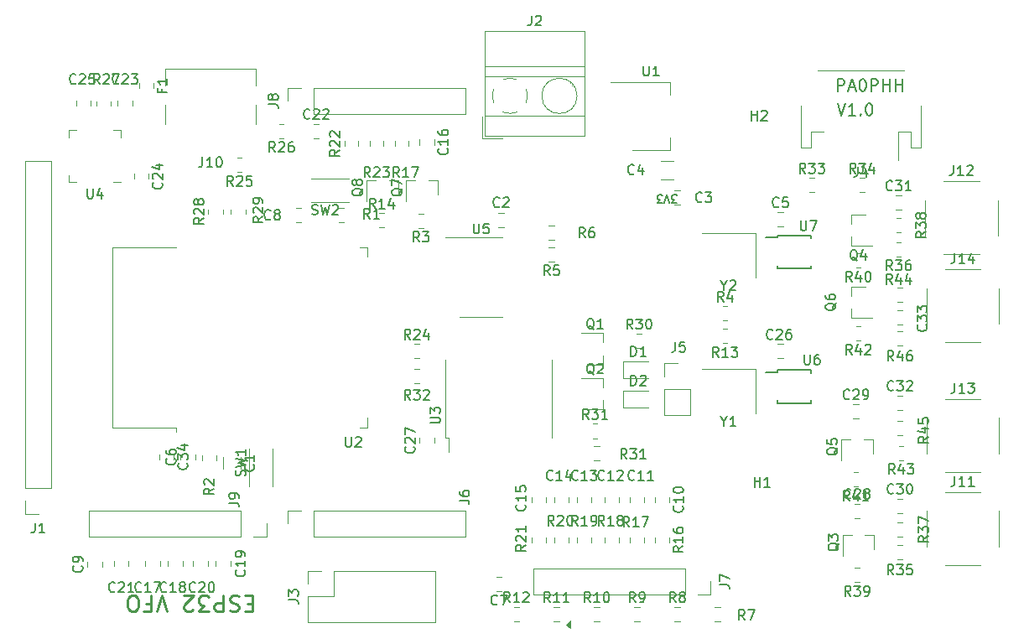
<source format=gto>
G04 #@! TF.GenerationSoftware,KiCad,Pcbnew,(5.1.10)-1*
G04 #@! TF.CreationDate,2021-09-26T11:35:02+02:00*
G04 #@! TF.ProjectId,ESP32Controler,45535033-3243-46f6-9e74-726f6c65722e,rev?*
G04 #@! TF.SameCoordinates,Original*
G04 #@! TF.FileFunction,Legend,Top*
G04 #@! TF.FilePolarity,Positive*
%FSLAX46Y46*%
G04 Gerber Fmt 4.6, Leading zero omitted, Abs format (unit mm)*
G04 Created by KiCad (PCBNEW (5.1.10)-1) date 2021-09-26 11:35:02*
%MOMM*%
%LPD*%
G01*
G04 APERTURE LIST*
%ADD10C,0.250000*%
%ADD11C,0.100000*%
%ADD12C,0.150000*%
%ADD13C,0.200000*%
%ADD14C,0.120000*%
G04 APERTURE END LIST*
D10*
X62647619Y-91414285D02*
X62114285Y-91414285D01*
X61885714Y-90576190D02*
X62647619Y-90576190D01*
X62647619Y-92176190D01*
X61885714Y-92176190D01*
X61276190Y-90652380D02*
X61047619Y-90576190D01*
X60666666Y-90576190D01*
X60514285Y-90652380D01*
X60438095Y-90728571D01*
X60361904Y-90880952D01*
X60361904Y-91033333D01*
X60438095Y-91185714D01*
X60514285Y-91261904D01*
X60666666Y-91338095D01*
X60971428Y-91414285D01*
X61123809Y-91490476D01*
X61200000Y-91566666D01*
X61276190Y-91719047D01*
X61276190Y-91871428D01*
X61200000Y-92023809D01*
X61123809Y-92100000D01*
X60971428Y-92176190D01*
X60590476Y-92176190D01*
X60361904Y-92100000D01*
X59676190Y-90576190D02*
X59676190Y-92176190D01*
X59066666Y-92176190D01*
X58914285Y-92100000D01*
X58838095Y-92023809D01*
X58761904Y-91871428D01*
X58761904Y-91642857D01*
X58838095Y-91490476D01*
X58914285Y-91414285D01*
X59066666Y-91338095D01*
X59676190Y-91338095D01*
X58228571Y-92176190D02*
X57238095Y-92176190D01*
X57771428Y-91566666D01*
X57542857Y-91566666D01*
X57390476Y-91490476D01*
X57314285Y-91414285D01*
X57238095Y-91261904D01*
X57238095Y-90880952D01*
X57314285Y-90728571D01*
X57390476Y-90652380D01*
X57542857Y-90576190D01*
X58000000Y-90576190D01*
X58152380Y-90652380D01*
X58228571Y-90728571D01*
X56628571Y-92023809D02*
X56552380Y-92100000D01*
X56400000Y-92176190D01*
X56019047Y-92176190D01*
X55866666Y-92100000D01*
X55790476Y-92023809D01*
X55714285Y-91871428D01*
X55714285Y-91719047D01*
X55790476Y-91490476D01*
X56704761Y-90576190D01*
X55714285Y-90576190D01*
X54038095Y-92176190D02*
X53504761Y-90576190D01*
X52971428Y-92176190D01*
X51904761Y-91414285D02*
X52438095Y-91414285D01*
X52438095Y-90576190D02*
X52438095Y-92176190D01*
X51676190Y-92176190D01*
X50761904Y-92176190D02*
X50457142Y-92176190D01*
X50304761Y-92100000D01*
X50152380Y-91947619D01*
X50076190Y-91642857D01*
X50076190Y-91109523D01*
X50152380Y-90804761D01*
X50304761Y-90652380D01*
X50457142Y-90576190D01*
X50761904Y-90576190D01*
X50914285Y-90652380D01*
X51066666Y-90804761D01*
X51142857Y-91109523D01*
X51142857Y-91642857D01*
X51066666Y-91947619D01*
X50914285Y-92100000D01*
X50761904Y-92176190D01*
D11*
G36*
X94721000Y-93878000D02*
G01*
X94331000Y-93508000D01*
X94721000Y-93118000D01*
X94721000Y-93878000D01*
G37*
X94721000Y-93878000D02*
X94331000Y-93508000D01*
X94721000Y-93118000D01*
X94721000Y-93878000D01*
D12*
X105490476Y-50938095D02*
X104995238Y-50938095D01*
X105261904Y-50633333D01*
X105147619Y-50633333D01*
X105071428Y-50595238D01*
X105033333Y-50557142D01*
X104995238Y-50480952D01*
X104995238Y-50290476D01*
X105033333Y-50214285D01*
X105071428Y-50176190D01*
X105147619Y-50138095D01*
X105376190Y-50138095D01*
X105452380Y-50176190D01*
X105490476Y-50214285D01*
X104766666Y-50938095D02*
X104500000Y-50138095D01*
X104233333Y-50938095D01*
X104042857Y-50938095D02*
X103547619Y-50938095D01*
X103814285Y-50633333D01*
X103700000Y-50633333D01*
X103623809Y-50595238D01*
X103585714Y-50557142D01*
X103547619Y-50480952D01*
X103547619Y-50290476D01*
X103585714Y-50214285D01*
X103623809Y-50176190D01*
X103700000Y-50138095D01*
X103928571Y-50138095D01*
X104004761Y-50176190D01*
X104042857Y-50214285D01*
D13*
X121742857Y-39642857D02*
X121742857Y-38442857D01*
X122200000Y-38442857D01*
X122314285Y-38500000D01*
X122371428Y-38557142D01*
X122428571Y-38671428D01*
X122428571Y-38842857D01*
X122371428Y-38957142D01*
X122314285Y-39014285D01*
X122200000Y-39071428D01*
X121742857Y-39071428D01*
X122885714Y-39300000D02*
X123457142Y-39300000D01*
X122771428Y-39642857D02*
X123171428Y-38442857D01*
X123571428Y-39642857D01*
X124200000Y-38442857D02*
X124314285Y-38442857D01*
X124428571Y-38500000D01*
X124485714Y-38557142D01*
X124542857Y-38671428D01*
X124600000Y-38900000D01*
X124600000Y-39185714D01*
X124542857Y-39414285D01*
X124485714Y-39528571D01*
X124428571Y-39585714D01*
X124314285Y-39642857D01*
X124200000Y-39642857D01*
X124085714Y-39585714D01*
X124028571Y-39528571D01*
X123971428Y-39414285D01*
X123914285Y-39185714D01*
X123914285Y-38900000D01*
X123971428Y-38671428D01*
X124028571Y-38557142D01*
X124085714Y-38500000D01*
X124200000Y-38442857D01*
X125114285Y-39642857D02*
X125114285Y-38442857D01*
X125571428Y-38442857D01*
X125685714Y-38500000D01*
X125742857Y-38557142D01*
X125800000Y-38671428D01*
X125800000Y-38842857D01*
X125742857Y-38957142D01*
X125685714Y-39014285D01*
X125571428Y-39071428D01*
X125114285Y-39071428D01*
X126314285Y-39642857D02*
X126314285Y-38442857D01*
X126314285Y-39014285D02*
X127000000Y-39014285D01*
X127000000Y-39642857D02*
X127000000Y-38442857D01*
X127571428Y-39642857D02*
X127571428Y-38442857D01*
X127571428Y-39014285D02*
X128257142Y-39014285D01*
X128257142Y-39642857D02*
X128257142Y-38442857D01*
X121717028Y-40897257D02*
X122117028Y-42097257D01*
X122517028Y-40897257D01*
X123545600Y-42097257D02*
X122859885Y-42097257D01*
X123202742Y-42097257D02*
X123202742Y-40897257D01*
X123088457Y-41068685D01*
X122974171Y-41182971D01*
X122859885Y-41240114D01*
X124059885Y-41982971D02*
X124117028Y-42040114D01*
X124059885Y-42097257D01*
X124002742Y-42040114D01*
X124059885Y-41982971D01*
X124059885Y-42097257D01*
X124859885Y-40897257D02*
X124974171Y-40897257D01*
X125088457Y-40954400D01*
X125145600Y-41011542D01*
X125202742Y-41125828D01*
X125259885Y-41354400D01*
X125259885Y-41640114D01*
X125202742Y-41868685D01*
X125145600Y-41982971D01*
X125088457Y-42040114D01*
X124974171Y-42097257D01*
X124859885Y-42097257D01*
X124745600Y-42040114D01*
X124688457Y-41982971D01*
X124631314Y-41868685D01*
X124574171Y-41640114D01*
X124574171Y-41354400D01*
X124631314Y-41125828D01*
X124688457Y-41011542D01*
X124745600Y-40954400D01*
X124859885Y-40897257D01*
D14*
X54722700Y-76319748D02*
X54722700Y-76842252D01*
X53252700Y-76319748D02*
X53252700Y-76842252D01*
X75477636Y-53427300D02*
X75931764Y-53427300D01*
X75477636Y-51957300D02*
X75931764Y-51957300D01*
X79894164Y-52020800D02*
X79440036Y-52020800D01*
X79894164Y-53490800D02*
X79440036Y-53490800D01*
X77360900Y-48643000D02*
X77360900Y-50103000D01*
X74200900Y-48643000D02*
X74200900Y-50803000D01*
X74200900Y-48643000D02*
X75130900Y-48643000D01*
X77360900Y-48643000D02*
X76430900Y-48643000D01*
X81336000Y-48630300D02*
X81336000Y-50090300D01*
X78176000Y-48630300D02*
X78176000Y-50790300D01*
X78176000Y-48630300D02*
X79106000Y-48630300D01*
X81336000Y-48630300D02*
X80406000Y-48630300D01*
X73489000Y-73636000D02*
X74269000Y-73636000D01*
X74269000Y-73636000D02*
X74269000Y-72636000D01*
X73489000Y-55396000D02*
X74269000Y-55396000D01*
X74269000Y-55396000D02*
X74269000Y-56396000D01*
X48524000Y-73636000D02*
X48524000Y-55396000D01*
X48524000Y-55396000D02*
X54944000Y-55396000D01*
X48524000Y-73636000D02*
X54944000Y-73636000D01*
X54944000Y-73636000D02*
X54944000Y-74016000D01*
X53840000Y-37363000D02*
X63000000Y-37363000D01*
X63000000Y-37363000D02*
X63000000Y-39068000D01*
X53840000Y-39068000D02*
X53840000Y-37363000D01*
X53840000Y-41078000D02*
X53840000Y-42998000D01*
X63000000Y-42998000D02*
X63000000Y-41078000D01*
X104207000Y-72323000D02*
X106867000Y-72323000D01*
X104207000Y-69723000D02*
X104207000Y-72323000D01*
X106867000Y-69723000D02*
X106867000Y-72323000D01*
X104207000Y-69723000D02*
X106867000Y-69723000D01*
X104207000Y-68453000D02*
X104207000Y-67123000D01*
X104207000Y-67123000D02*
X105537000Y-67123000D01*
X97002936Y-74703000D02*
X97457064Y-74703000D01*
X97002936Y-73233000D02*
X97457064Y-73233000D01*
X101452936Y-65603000D02*
X101907064Y-65603000D01*
X101452936Y-64133000D02*
X101907064Y-64133000D01*
X98010000Y-71798000D02*
X96550000Y-71798000D01*
X98010000Y-68638000D02*
X95850000Y-68638000D01*
X98010000Y-68638000D02*
X98010000Y-69568000D01*
X98010000Y-71798000D02*
X98010000Y-70868000D01*
X98010000Y-67248000D02*
X96550000Y-67248000D01*
X98010000Y-64088000D02*
X95850000Y-64088000D01*
X98010000Y-64088000D02*
X98010000Y-65018000D01*
X98010000Y-67248000D02*
X98010000Y-66318000D01*
X100100000Y-69918000D02*
X102650000Y-69918000D01*
X100100000Y-71618000D02*
X102650000Y-71618000D01*
X100100000Y-69918000D02*
X100100000Y-71618000D01*
X100100000Y-66968000D02*
X102650000Y-66968000D01*
X100100000Y-68668000D02*
X102650000Y-68668000D01*
X100100000Y-66968000D02*
X100100000Y-68668000D01*
X72385000Y-50857000D02*
X68585000Y-50857000D01*
X68585000Y-48457000D02*
X72385000Y-48457000D01*
X67048748Y-52932000D02*
X67571252Y-52932000D01*
X67048748Y-51462000D02*
X67571252Y-51462000D01*
X113444000Y-54011000D02*
X108044000Y-54011000D01*
X113444000Y-58511000D02*
X113444000Y-54011000D01*
X113444000Y-67727000D02*
X108044000Y-67727000D01*
X113444000Y-72227000D02*
X113444000Y-67727000D01*
D12*
X115673000Y-54430000D02*
X114448000Y-54430000D01*
X115673000Y-57555000D02*
X119023000Y-57555000D01*
X115673000Y-54205000D02*
X119023000Y-54205000D01*
X115673000Y-57555000D02*
X115673000Y-57255000D01*
X119023000Y-57555000D02*
X119023000Y-57255000D01*
X119023000Y-54205000D02*
X119023000Y-54505000D01*
X115673000Y-54205000D02*
X115673000Y-54430000D01*
X115673000Y-68019000D02*
X114448000Y-68019000D01*
X115673000Y-71144000D02*
X119023000Y-71144000D01*
X115673000Y-67794000D02*
X119023000Y-67794000D01*
X115673000Y-71144000D02*
X115673000Y-70844000D01*
X119023000Y-71144000D02*
X119023000Y-70844000D01*
X119023000Y-67794000D02*
X119023000Y-68094000D01*
X115673000Y-67794000D02*
X115673000Y-68019000D01*
D14*
X85725000Y-54385000D02*
X82125000Y-54385000D01*
X85725000Y-54385000D02*
X87925000Y-54385000D01*
X85725000Y-62455000D02*
X83525000Y-62455000D01*
X85725000Y-62455000D02*
X87925000Y-62455000D01*
X127788936Y-65378000D02*
X128243064Y-65378000D01*
X127788936Y-63908000D02*
X128243064Y-63908000D01*
X127788936Y-74395000D02*
X128243064Y-74395000D01*
X127788936Y-72925000D02*
X128243064Y-72925000D01*
X128243064Y-59463000D02*
X127788936Y-59463000D01*
X128243064Y-60933000D02*
X127788936Y-60933000D01*
X128370064Y-75465000D02*
X127915936Y-75465000D01*
X128370064Y-76935000D02*
X127915936Y-76935000D01*
X124052064Y-63400000D02*
X123597936Y-63400000D01*
X124052064Y-64870000D02*
X123597936Y-64870000D01*
X123798064Y-78132000D02*
X123343936Y-78132000D01*
X123798064Y-79602000D02*
X123343936Y-79602000D01*
X124052064Y-56034000D02*
X123597936Y-56034000D01*
X124052064Y-57504000D02*
X123597936Y-57504000D01*
X123925064Y-87784000D02*
X123470936Y-87784000D01*
X123925064Y-89254000D02*
X123470936Y-89254000D01*
X127661936Y-53948000D02*
X128116064Y-53948000D01*
X127661936Y-52478000D02*
X128116064Y-52478000D01*
X127788936Y-84682000D02*
X128243064Y-84682000D01*
X127788936Y-83212000D02*
X128243064Y-83212000D01*
X128116064Y-54891000D02*
X127661936Y-54891000D01*
X128116064Y-56361000D02*
X127661936Y-56361000D01*
X127788936Y-86968000D02*
X128243064Y-86968000D01*
X127788936Y-85498000D02*
X128243064Y-85498000D01*
X123978936Y-49884000D02*
X124433064Y-49884000D01*
X123978936Y-48414000D02*
X124433064Y-48414000D01*
X118898936Y-49884000D02*
X119353064Y-49884000D01*
X118898936Y-48414000D02*
X119353064Y-48414000D01*
X79020936Y-69188000D02*
X79475064Y-69188000D01*
X79020936Y-67718000D02*
X79475064Y-67718000D01*
X46890000Y-40666936D02*
X46890000Y-41121064D01*
X48360000Y-40666936D02*
X48360000Y-41121064D01*
X79020936Y-66648000D02*
X79475064Y-66648000D01*
X79020936Y-65178000D02*
X79475064Y-65178000D01*
X110590064Y-63654000D02*
X110135936Y-63654000D01*
X110590064Y-65124000D02*
X110135936Y-65124000D01*
X110590064Y-61368000D02*
X110135936Y-61368000D01*
X110590064Y-62838000D02*
X110135936Y-62838000D01*
X123065000Y-59380000D02*
X124525000Y-59380000D01*
X123065000Y-62540000D02*
X125225000Y-62540000D01*
X123065000Y-62540000D02*
X123065000Y-61610000D01*
X123065000Y-59380000D02*
X123065000Y-60310000D01*
X125278000Y-74805000D02*
X125278000Y-76265000D01*
X122118000Y-74805000D02*
X122118000Y-76965000D01*
X122118000Y-74805000D02*
X123048000Y-74805000D01*
X125278000Y-74805000D02*
X124348000Y-74805000D01*
X123065000Y-52141000D02*
X124525000Y-52141000D01*
X123065000Y-55301000D02*
X125225000Y-55301000D01*
X123065000Y-55301000D02*
X123065000Y-54371000D01*
X123065000Y-52141000D02*
X123065000Y-53071000D01*
X125405000Y-84457000D02*
X125405000Y-85917000D01*
X122245000Y-84457000D02*
X122245000Y-86617000D01*
X122245000Y-84457000D02*
X123175000Y-84457000D01*
X125405000Y-84457000D02*
X124475000Y-84457000D01*
X132566000Y-57661000D02*
X136166000Y-57661000D01*
X132566000Y-65021000D02*
X136166000Y-65021000D01*
X138046000Y-59541000D02*
X138046000Y-63141000D01*
X130686000Y-59541000D02*
X130686000Y-63141000D01*
X132566000Y-70742000D02*
X136166000Y-70742000D01*
X132566000Y-78102000D02*
X136166000Y-78102000D01*
X138046000Y-72622000D02*
X138046000Y-76222000D01*
X130686000Y-72622000D02*
X130686000Y-76222000D01*
X132439000Y-48771000D02*
X136039000Y-48771000D01*
X132439000Y-56131000D02*
X136039000Y-56131000D01*
X137919000Y-50651000D02*
X137919000Y-54251000D01*
X130559000Y-50651000D02*
X130559000Y-54251000D01*
X132566000Y-80140000D02*
X136166000Y-80140000D01*
X132566000Y-87500000D02*
X136166000Y-87500000D01*
X138046000Y-82020000D02*
X138046000Y-85620000D01*
X130686000Y-82020000D02*
X130686000Y-85620000D01*
X41021000Y-82356000D02*
X39691000Y-82356000D01*
X39691000Y-82356000D02*
X39691000Y-81026000D01*
X39691000Y-79756000D02*
X39691000Y-46676000D01*
X42351000Y-46676000D02*
X39691000Y-46676000D01*
X42351000Y-79756000D02*
X42351000Y-46676000D01*
X42351000Y-79756000D02*
X39691000Y-79756000D01*
X127754748Y-63219000D02*
X128277252Y-63219000D01*
X127754748Y-61749000D02*
X128277252Y-61749000D01*
X127754748Y-71855000D02*
X128277252Y-71855000D01*
X127754748Y-70385000D02*
X128277252Y-70385000D01*
X127627748Y-51662000D02*
X128150252Y-51662000D01*
X127627748Y-50192000D02*
X128150252Y-50192000D01*
X127754748Y-82269000D02*
X128277252Y-82269000D01*
X127754748Y-80799000D02*
X128277252Y-80799000D01*
X123309748Y-72744000D02*
X123832252Y-72744000D01*
X123309748Y-71274000D02*
X123832252Y-71274000D01*
X123436748Y-82777000D02*
X123959252Y-82777000D01*
X123436748Y-81307000D02*
X123959252Y-81307000D01*
X80999000Y-75191252D02*
X80999000Y-74668748D01*
X79529000Y-75191252D02*
X79529000Y-74668748D01*
X116212252Y-65178000D02*
X115689748Y-65178000D01*
X116212252Y-66648000D02*
X115689748Y-66648000D01*
X50700000Y-47998748D02*
X50700000Y-48521252D01*
X52170000Y-47998748D02*
X52170000Y-48521252D01*
X49049000Y-40632748D02*
X49049000Y-41155252D01*
X50519000Y-40632748D02*
X50519000Y-41155252D01*
X97147748Y-75490000D02*
X97670252Y-75490000D01*
X97147748Y-76910000D02*
X97670252Y-76910000D01*
X60479000Y-52043064D02*
X60479000Y-51588936D01*
X61949000Y-52043064D02*
X61949000Y-51588936D01*
X58193000Y-52043064D02*
X58193000Y-51588936D01*
X59663000Y-52043064D02*
X59663000Y-51588936D01*
X65809864Y-44423000D02*
X65355736Y-44423000D01*
X65809864Y-42953000D02*
X65355736Y-42953000D01*
X61568064Y-47852000D02*
X61113936Y-47852000D01*
X61568064Y-46382000D02*
X61113936Y-46382000D01*
X46328000Y-40632748D02*
X46328000Y-41155252D01*
X44858000Y-40632748D02*
X44858000Y-41155252D01*
X68826748Y-42953000D02*
X69349252Y-42953000D01*
X68826748Y-44423000D02*
X69349252Y-44423000D01*
X87789652Y-88673000D02*
X87267148Y-88673000D01*
X87789652Y-90143000D02*
X87267148Y-90143000D01*
X68266000Y-93278000D02*
X68266000Y-90678000D01*
X68266000Y-93278000D02*
X81086000Y-93278000D01*
X81086000Y-93278000D02*
X81086000Y-88078000D01*
X70866000Y-88078000D02*
X81086000Y-88078000D01*
X70866000Y-90678000D02*
X70866000Y-88078000D01*
X68266000Y-90678000D02*
X70866000Y-90678000D01*
X68266000Y-88078000D02*
X69596000Y-88078000D01*
X68266000Y-89408000D02*
X68266000Y-88078000D01*
X48621000Y-48838000D02*
X49346000Y-48838000D01*
X44126000Y-43618000D02*
X44126000Y-44343000D01*
X44851000Y-43618000D02*
X44126000Y-43618000D01*
X49346000Y-43618000D02*
X49346000Y-44343000D01*
X48621000Y-43618000D02*
X49346000Y-43618000D01*
X44126000Y-48838000D02*
X44126000Y-48113000D01*
X44851000Y-48838000D02*
X44126000Y-48838000D01*
X51233000Y-38857422D02*
X51233000Y-39374578D01*
X52653000Y-38857422D02*
X52653000Y-39374578D01*
X48668000Y-87637252D02*
X48668000Y-87114748D01*
X50138000Y-87637252D02*
X50138000Y-87114748D01*
X130139000Y-41097000D02*
X130139000Y-45347000D01*
X130139000Y-45347000D02*
X129119000Y-45347000D01*
X129119000Y-45347000D02*
X129119000Y-43747000D01*
X129119000Y-43747000D02*
X127839000Y-43747000D01*
X127839000Y-43747000D02*
X127839000Y-46637000D01*
X118019000Y-41097000D02*
X118019000Y-45347000D01*
X118019000Y-45347000D02*
X119039000Y-45347000D01*
X119039000Y-45347000D02*
X119039000Y-43747000D01*
X119039000Y-43747000D02*
X120319000Y-43747000D01*
X128419000Y-37527000D02*
X119739000Y-37527000D01*
X64700000Y-75763000D02*
X64700000Y-79563000D01*
X62300000Y-79563000D02*
X62300000Y-75763000D01*
X71366748Y-51487000D02*
X71889252Y-51487000D01*
X71366748Y-52907000D02*
X71889252Y-52907000D01*
X92903000Y-74689000D02*
X92903000Y-66789000D01*
X82103000Y-74689000D02*
X82103000Y-66789000D01*
X82503000Y-74689000D02*
X82503000Y-76089000D01*
X82103000Y-74689000D02*
X82503000Y-74689000D01*
X104780000Y-45574000D02*
X104780000Y-44314000D01*
X104780000Y-38754000D02*
X104780000Y-40014000D01*
X101020000Y-45574000D02*
X104780000Y-45574000D01*
X98770000Y-38754000D02*
X104780000Y-38754000D01*
X93098252Y-54685000D02*
X92575748Y-54685000D01*
X93098252Y-53265000D02*
X92575748Y-53265000D01*
X93098252Y-56844000D02*
X92575748Y-56844000D01*
X93098252Y-55424000D02*
X92575748Y-55424000D01*
X77014000Y-45219252D02*
X77014000Y-44696748D01*
X78434000Y-45219252D02*
X78434000Y-44696748D01*
X74474000Y-45219252D02*
X74474000Y-44696748D01*
X75894000Y-45219252D02*
X75894000Y-44696748D01*
X71934000Y-45219252D02*
X71934000Y-44696748D01*
X73354000Y-45219252D02*
X73354000Y-44696748D01*
X92277000Y-84701748D02*
X92277000Y-85224252D01*
X90857000Y-84701748D02*
X90857000Y-85224252D01*
X94563000Y-84701748D02*
X94563000Y-85224252D01*
X93143000Y-84701748D02*
X93143000Y-85224252D01*
X96849000Y-84701748D02*
X96849000Y-85224252D01*
X95429000Y-84701748D02*
X95429000Y-85224252D01*
X99643000Y-84701748D02*
X99643000Y-85224252D01*
X98223000Y-84701748D02*
X98223000Y-85224252D01*
X102183000Y-84701748D02*
X102183000Y-85224252D01*
X100763000Y-84701748D02*
X100763000Y-85224252D01*
X104723000Y-84701748D02*
X104723000Y-85224252D01*
X103303000Y-84701748D02*
X103303000Y-85224252D01*
X89028748Y-91746000D02*
X89551252Y-91746000D01*
X89028748Y-93166000D02*
X89551252Y-93166000D01*
X93083748Y-91746000D02*
X93606252Y-91746000D01*
X93083748Y-93166000D02*
X93606252Y-93166000D01*
X97147748Y-91746000D02*
X97670252Y-91746000D01*
X97147748Y-93166000D02*
X97670252Y-93166000D01*
X101211748Y-91746000D02*
X101734252Y-91746000D01*
X101211748Y-93166000D02*
X101734252Y-93166000D01*
X105275748Y-91746000D02*
X105798252Y-91746000D01*
X105275748Y-93166000D02*
X105798252Y-93166000D01*
X109862252Y-93166000D02*
X109339748Y-93166000D01*
X109862252Y-91746000D02*
X109339748Y-91746000D01*
X57583000Y-76969252D02*
X57583000Y-76446748D01*
X59003000Y-76969252D02*
X59003000Y-76446748D01*
X95426000Y-40132000D02*
G75*
G03*
X95426000Y-40132000I-1780000J0D01*
G01*
X86086000Y-42132000D02*
X96206000Y-42132000D01*
X86086000Y-38132000D02*
X96206000Y-38132000D01*
X86086000Y-37132000D02*
X96206000Y-37132000D01*
X86086000Y-33572000D02*
X96206000Y-33572000D01*
X86086000Y-44192000D02*
X96206000Y-44192000D01*
X86086000Y-33572000D02*
X86086000Y-44192000D01*
X96206000Y-33572000D02*
X96206000Y-44192000D01*
X94996000Y-38999000D02*
X94947000Y-39049000D01*
X92538000Y-41457000D02*
X92514000Y-41482000D01*
X94779000Y-38782000D02*
X94754000Y-38806000D01*
X92346000Y-41215000D02*
X92296000Y-41265000D01*
X85846000Y-42192000D02*
X85846000Y-44432000D01*
X85846000Y-44432000D02*
X87846000Y-44432000D01*
X88676814Y-41912389D02*
G75*
G02*
X87950000Y-41771000I-30814J1780389D01*
G01*
X87006795Y-40827516D02*
G75*
G02*
X87007000Y-39436000I1639205J695516D01*
G01*
X87950484Y-38492795D02*
G75*
G02*
X89342000Y-38493000I695516J-1639205D01*
G01*
X90285205Y-39436484D02*
G75*
G02*
X90285000Y-40828000I-1639205J-695516D01*
G01*
X89341501Y-41770499D02*
G75*
G02*
X88646000Y-41912000I-695501J1638499D01*
G01*
X61468000Y-81982000D02*
X61468000Y-84642000D01*
X61468000Y-81982000D02*
X46168000Y-81982000D01*
X46168000Y-81982000D02*
X46168000Y-84642000D01*
X61468000Y-84642000D02*
X46168000Y-84642000D01*
X64068000Y-84642000D02*
X62738000Y-84642000D01*
X64068000Y-83312000D02*
X64068000Y-84642000D01*
X68834000Y-41970000D02*
X68834000Y-39310000D01*
X68834000Y-41970000D02*
X84134000Y-41970000D01*
X84134000Y-41970000D02*
X84134000Y-39310000D01*
X68834000Y-39310000D02*
X84134000Y-39310000D01*
X66234000Y-39310000D02*
X67564000Y-39310000D01*
X66234000Y-40640000D02*
X66234000Y-39310000D01*
X68834000Y-84642000D02*
X68834000Y-81982000D01*
X68834000Y-84642000D02*
X84134000Y-84642000D01*
X84134000Y-84642000D02*
X84134000Y-81982000D01*
X68834000Y-81982000D02*
X84134000Y-81982000D01*
X66234000Y-81982000D02*
X67564000Y-81982000D01*
X66234000Y-83312000D02*
X66234000Y-81982000D01*
X106299000Y-87824000D02*
X106299000Y-90484000D01*
X106299000Y-87824000D02*
X90999000Y-87824000D01*
X90999000Y-87824000D02*
X90999000Y-90484000D01*
X106299000Y-90484000D02*
X90999000Y-90484000D01*
X108899000Y-90484000D02*
X107569000Y-90484000D01*
X108899000Y-89154000D02*
X108899000Y-90484000D01*
X46001000Y-87688052D02*
X46001000Y-87165548D01*
X47471000Y-87688052D02*
X47471000Y-87165548D01*
X56669000Y-87637252D02*
X56669000Y-87114748D01*
X58139000Y-87637252D02*
X58139000Y-87114748D01*
X58955000Y-87637252D02*
X58955000Y-87114748D01*
X60425000Y-87637252D02*
X60425000Y-87114748D01*
X54129000Y-87637252D02*
X54129000Y-87114748D01*
X55599000Y-87637252D02*
X55599000Y-87114748D01*
X51843000Y-87637252D02*
X51843000Y-87114748D01*
X53313000Y-87637252D02*
X53313000Y-87114748D01*
X80999000Y-44546748D02*
X80999000Y-45069252D01*
X79529000Y-44546748D02*
X79529000Y-45069252D01*
X92302000Y-80637748D02*
X92302000Y-81160252D01*
X90832000Y-80637748D02*
X90832000Y-81160252D01*
X94588000Y-80637748D02*
X94588000Y-81160252D01*
X93118000Y-80637748D02*
X93118000Y-81160252D01*
X96874000Y-80637748D02*
X96874000Y-81160252D01*
X95404000Y-80637748D02*
X95404000Y-81160252D01*
X99668000Y-80637748D02*
X99668000Y-81160252D01*
X98198000Y-80637748D02*
X98198000Y-81160252D01*
X102208000Y-80637748D02*
X102208000Y-81160252D01*
X100738000Y-80637748D02*
X100738000Y-81160252D01*
X104748000Y-80637748D02*
X104748000Y-81160252D01*
X103278000Y-80637748D02*
X103278000Y-81160252D01*
X55399000Y-76842252D02*
X55399000Y-76319748D01*
X56869000Y-76842252D02*
X56869000Y-76319748D01*
X116212252Y-53313000D02*
X115689748Y-53313000D01*
X116212252Y-51843000D02*
X115689748Y-51843000D01*
X105123064Y-48535000D02*
X103918936Y-48535000D01*
X105123064Y-46715000D02*
X103918936Y-46715000D01*
X105798252Y-51154000D02*
X105275748Y-51154000D01*
X105798252Y-49684000D02*
X105275748Y-49684000D01*
X88018252Y-53440000D02*
X87495748Y-53440000D01*
X88018252Y-51970000D02*
X87495748Y-51970000D01*
X61489000Y-76613936D02*
X61489000Y-77818064D01*
X59669000Y-76613936D02*
X59669000Y-77818064D01*
D12*
X56024842Y-77223857D02*
X56072461Y-77271476D01*
X56120080Y-77414333D01*
X56120080Y-77509571D01*
X56072461Y-77652428D01*
X55977223Y-77747666D01*
X55881985Y-77795285D01*
X55691509Y-77842904D01*
X55548652Y-77842904D01*
X55358176Y-77795285D01*
X55262938Y-77747666D01*
X55167700Y-77652428D01*
X55120080Y-77509571D01*
X55120080Y-77414333D01*
X55167700Y-77271476D01*
X55215319Y-77223857D01*
X55120080Y-76890523D02*
X55120080Y-76271476D01*
X55501033Y-76604809D01*
X55501033Y-76461952D01*
X55548652Y-76366714D01*
X55596271Y-76319095D01*
X55691509Y-76271476D01*
X55929604Y-76271476D01*
X56024842Y-76319095D01*
X56072461Y-76366714D01*
X56120080Y-76461952D01*
X56120080Y-76747666D01*
X56072461Y-76842904D01*
X56024842Y-76890523D01*
X55453414Y-75414333D02*
X56120080Y-75414333D01*
X55072461Y-75652428D02*
X55786747Y-75890523D01*
X55786747Y-75271476D01*
X75061842Y-51494680D02*
X74728509Y-51018490D01*
X74490414Y-51494680D02*
X74490414Y-50494680D01*
X74871366Y-50494680D01*
X74966604Y-50542300D01*
X75014223Y-50589919D01*
X75061842Y-50685157D01*
X75061842Y-50828014D01*
X75014223Y-50923252D01*
X74966604Y-50970871D01*
X74871366Y-51018490D01*
X74490414Y-51018490D01*
X76014223Y-51494680D02*
X75442795Y-51494680D01*
X75728509Y-51494680D02*
X75728509Y-50494680D01*
X75633271Y-50637538D01*
X75538033Y-50732776D01*
X75442795Y-50780395D01*
X76871366Y-50828014D02*
X76871366Y-51494680D01*
X76633271Y-50447061D02*
X76395176Y-51161347D01*
X77014223Y-51161347D01*
X79500433Y-54858180D02*
X79167100Y-54381990D01*
X78929004Y-54858180D02*
X78929004Y-53858180D01*
X79309957Y-53858180D01*
X79405195Y-53905800D01*
X79452814Y-53953419D01*
X79500433Y-54048657D01*
X79500433Y-54191514D01*
X79452814Y-54286752D01*
X79405195Y-54334371D01*
X79309957Y-54381990D01*
X78929004Y-54381990D01*
X79833766Y-53858180D02*
X80452814Y-53858180D01*
X80119480Y-54239133D01*
X80262338Y-54239133D01*
X80357576Y-54286752D01*
X80405195Y-54334371D01*
X80452814Y-54429609D01*
X80452814Y-54667704D01*
X80405195Y-54762942D01*
X80357576Y-54810561D01*
X80262338Y-54858180D01*
X79976623Y-54858180D01*
X79881385Y-54810561D01*
X79833766Y-54762942D01*
X73828519Y-49498238D02*
X73780900Y-49593476D01*
X73685661Y-49688714D01*
X73542804Y-49831571D01*
X73495185Y-49926809D01*
X73495185Y-50022047D01*
X73733280Y-49974428D02*
X73685661Y-50069666D01*
X73590423Y-50164904D01*
X73399947Y-50212523D01*
X73066614Y-50212523D01*
X72876138Y-50164904D01*
X72780900Y-50069666D01*
X72733280Y-49974428D01*
X72733280Y-49783952D01*
X72780900Y-49688714D01*
X72876138Y-49593476D01*
X73066614Y-49545857D01*
X73399947Y-49545857D01*
X73590423Y-49593476D01*
X73685661Y-49688714D01*
X73733280Y-49783952D01*
X73733280Y-49974428D01*
X73161852Y-48974428D02*
X73114233Y-49069666D01*
X73066614Y-49117285D01*
X72971376Y-49164904D01*
X72923757Y-49164904D01*
X72828519Y-49117285D01*
X72780900Y-49069666D01*
X72733280Y-48974428D01*
X72733280Y-48783952D01*
X72780900Y-48688714D01*
X72828519Y-48641095D01*
X72923757Y-48593476D01*
X72971376Y-48593476D01*
X73066614Y-48641095D01*
X73114233Y-48688714D01*
X73161852Y-48783952D01*
X73161852Y-48974428D01*
X73209471Y-49069666D01*
X73257090Y-49117285D01*
X73352328Y-49164904D01*
X73542804Y-49164904D01*
X73638042Y-49117285D01*
X73685661Y-49069666D01*
X73733280Y-48974428D01*
X73733280Y-48783952D01*
X73685661Y-48688714D01*
X73638042Y-48641095D01*
X73542804Y-48593476D01*
X73352328Y-48593476D01*
X73257090Y-48641095D01*
X73209471Y-48688714D01*
X73161852Y-48783952D01*
X77803619Y-49485538D02*
X77756000Y-49580776D01*
X77660761Y-49676014D01*
X77517904Y-49818871D01*
X77470285Y-49914109D01*
X77470285Y-50009347D01*
X77708380Y-49961728D02*
X77660761Y-50056966D01*
X77565523Y-50152204D01*
X77375047Y-50199823D01*
X77041714Y-50199823D01*
X76851238Y-50152204D01*
X76756000Y-50056966D01*
X76708380Y-49961728D01*
X76708380Y-49771252D01*
X76756000Y-49676014D01*
X76851238Y-49580776D01*
X77041714Y-49533157D01*
X77375047Y-49533157D01*
X77565523Y-49580776D01*
X77660761Y-49676014D01*
X77708380Y-49771252D01*
X77708380Y-49961728D01*
X76708380Y-49199823D02*
X76708380Y-48533157D01*
X77708380Y-48961728D01*
X72057095Y-74578380D02*
X72057095Y-75387904D01*
X72104714Y-75483142D01*
X72152333Y-75530761D01*
X72247571Y-75578380D01*
X72438047Y-75578380D01*
X72533285Y-75530761D01*
X72580904Y-75483142D01*
X72628523Y-75387904D01*
X72628523Y-74578380D01*
X73057095Y-74673619D02*
X73104714Y-74626000D01*
X73199952Y-74578380D01*
X73438047Y-74578380D01*
X73533285Y-74626000D01*
X73580904Y-74673619D01*
X73628523Y-74768857D01*
X73628523Y-74864095D01*
X73580904Y-75006952D01*
X73009476Y-75578380D01*
X73628523Y-75578380D01*
X57610476Y-46315380D02*
X57610476Y-47029666D01*
X57562857Y-47172523D01*
X57467619Y-47267761D01*
X57324761Y-47315380D01*
X57229523Y-47315380D01*
X58610476Y-47315380D02*
X58039047Y-47315380D01*
X58324761Y-47315380D02*
X58324761Y-46315380D01*
X58229523Y-46458238D01*
X58134285Y-46553476D01*
X58039047Y-46601095D01*
X59229523Y-46315380D02*
X59324761Y-46315380D01*
X59420000Y-46363000D01*
X59467619Y-46410619D01*
X59515238Y-46505857D01*
X59562857Y-46696333D01*
X59562857Y-46934428D01*
X59515238Y-47124904D01*
X59467619Y-47220142D01*
X59420000Y-47267761D01*
X59324761Y-47315380D01*
X59229523Y-47315380D01*
X59134285Y-47267761D01*
X59086666Y-47220142D01*
X59039047Y-47124904D01*
X58991428Y-46934428D01*
X58991428Y-46696333D01*
X59039047Y-46505857D01*
X59086666Y-46410619D01*
X59134285Y-46363000D01*
X59229523Y-46315380D01*
X113030095Y-42607380D02*
X113030095Y-41607380D01*
X113030095Y-42083571D02*
X113601523Y-42083571D01*
X113601523Y-42607380D02*
X113601523Y-41607380D01*
X114030095Y-41702619D02*
X114077714Y-41655000D01*
X114172952Y-41607380D01*
X114411047Y-41607380D01*
X114506285Y-41655000D01*
X114553904Y-41702619D01*
X114601523Y-41797857D01*
X114601523Y-41893095D01*
X114553904Y-42035952D01*
X113982476Y-42607380D01*
X114601523Y-42607380D01*
X113330095Y-79607380D02*
X113330095Y-78607380D01*
X113330095Y-79083571D02*
X113901523Y-79083571D01*
X113901523Y-79607380D02*
X113901523Y-78607380D01*
X114901523Y-79607380D02*
X114330095Y-79607380D01*
X114615809Y-79607380D02*
X114615809Y-78607380D01*
X114520571Y-78750238D01*
X114425333Y-78845476D01*
X114330095Y-78893095D01*
X105330666Y-64984380D02*
X105330666Y-65698666D01*
X105283047Y-65841523D01*
X105187809Y-65936761D01*
X105044952Y-65984380D01*
X104949714Y-65984380D01*
X106283047Y-64984380D02*
X105806857Y-64984380D01*
X105759238Y-65460571D01*
X105806857Y-65412952D01*
X105902095Y-65365333D01*
X106140190Y-65365333D01*
X106235428Y-65412952D01*
X106283047Y-65460571D01*
X106330666Y-65555809D01*
X106330666Y-65793904D01*
X106283047Y-65889142D01*
X106235428Y-65936761D01*
X106140190Y-65984380D01*
X105902095Y-65984380D01*
X105806857Y-65936761D01*
X105759238Y-65889142D01*
X96587142Y-72770380D02*
X96253809Y-72294190D01*
X96015714Y-72770380D02*
X96015714Y-71770380D01*
X96396666Y-71770380D01*
X96491904Y-71818000D01*
X96539523Y-71865619D01*
X96587142Y-71960857D01*
X96587142Y-72103714D01*
X96539523Y-72198952D01*
X96491904Y-72246571D01*
X96396666Y-72294190D01*
X96015714Y-72294190D01*
X96920476Y-71770380D02*
X97539523Y-71770380D01*
X97206190Y-72151333D01*
X97349047Y-72151333D01*
X97444285Y-72198952D01*
X97491904Y-72246571D01*
X97539523Y-72341809D01*
X97539523Y-72579904D01*
X97491904Y-72675142D01*
X97444285Y-72722761D01*
X97349047Y-72770380D01*
X97063333Y-72770380D01*
X96968095Y-72722761D01*
X96920476Y-72675142D01*
X98491904Y-72770380D02*
X97920476Y-72770380D01*
X98206190Y-72770380D02*
X98206190Y-71770380D01*
X98110952Y-71913238D01*
X98015714Y-72008476D01*
X97920476Y-72056095D01*
X101037142Y-63670380D02*
X100703809Y-63194190D01*
X100465714Y-63670380D02*
X100465714Y-62670380D01*
X100846666Y-62670380D01*
X100941904Y-62718000D01*
X100989523Y-62765619D01*
X101037142Y-62860857D01*
X101037142Y-63003714D01*
X100989523Y-63098952D01*
X100941904Y-63146571D01*
X100846666Y-63194190D01*
X100465714Y-63194190D01*
X101370476Y-62670380D02*
X101989523Y-62670380D01*
X101656190Y-63051333D01*
X101799047Y-63051333D01*
X101894285Y-63098952D01*
X101941904Y-63146571D01*
X101989523Y-63241809D01*
X101989523Y-63479904D01*
X101941904Y-63575142D01*
X101894285Y-63622761D01*
X101799047Y-63670380D01*
X101513333Y-63670380D01*
X101418095Y-63622761D01*
X101370476Y-63575142D01*
X102608571Y-62670380D02*
X102703809Y-62670380D01*
X102799047Y-62718000D01*
X102846666Y-62765619D01*
X102894285Y-62860857D01*
X102941904Y-63051333D01*
X102941904Y-63289428D01*
X102894285Y-63479904D01*
X102846666Y-63575142D01*
X102799047Y-63622761D01*
X102703809Y-63670380D01*
X102608571Y-63670380D01*
X102513333Y-63622761D01*
X102465714Y-63575142D01*
X102418095Y-63479904D01*
X102370476Y-63289428D01*
X102370476Y-63051333D01*
X102418095Y-62860857D01*
X102465714Y-62765619D01*
X102513333Y-62718000D01*
X102608571Y-62670380D01*
X97154761Y-68265619D02*
X97059523Y-68218000D01*
X96964285Y-68122761D01*
X96821428Y-67979904D01*
X96726190Y-67932285D01*
X96630952Y-67932285D01*
X96678571Y-68170380D02*
X96583333Y-68122761D01*
X96488095Y-68027523D01*
X96440476Y-67837047D01*
X96440476Y-67503714D01*
X96488095Y-67313238D01*
X96583333Y-67218000D01*
X96678571Y-67170380D01*
X96869047Y-67170380D01*
X96964285Y-67218000D01*
X97059523Y-67313238D01*
X97107142Y-67503714D01*
X97107142Y-67837047D01*
X97059523Y-68027523D01*
X96964285Y-68122761D01*
X96869047Y-68170380D01*
X96678571Y-68170380D01*
X97488095Y-67265619D02*
X97535714Y-67218000D01*
X97630952Y-67170380D01*
X97869047Y-67170380D01*
X97964285Y-67218000D01*
X98011904Y-67265619D01*
X98059523Y-67360857D01*
X98059523Y-67456095D01*
X98011904Y-67598952D01*
X97440476Y-68170380D01*
X98059523Y-68170380D01*
X97154761Y-63715619D02*
X97059523Y-63668000D01*
X96964285Y-63572761D01*
X96821428Y-63429904D01*
X96726190Y-63382285D01*
X96630952Y-63382285D01*
X96678571Y-63620380D02*
X96583333Y-63572761D01*
X96488095Y-63477523D01*
X96440476Y-63287047D01*
X96440476Y-62953714D01*
X96488095Y-62763238D01*
X96583333Y-62668000D01*
X96678571Y-62620380D01*
X96869047Y-62620380D01*
X96964285Y-62668000D01*
X97059523Y-62763238D01*
X97107142Y-62953714D01*
X97107142Y-63287047D01*
X97059523Y-63477523D01*
X96964285Y-63572761D01*
X96869047Y-63620380D01*
X96678571Y-63620380D01*
X98059523Y-63620380D02*
X97488095Y-63620380D01*
X97773809Y-63620380D02*
X97773809Y-62620380D01*
X97678571Y-62763238D01*
X97583333Y-62858476D01*
X97488095Y-62906095D01*
X100861904Y-69370380D02*
X100861904Y-68370380D01*
X101100000Y-68370380D01*
X101242857Y-68418000D01*
X101338095Y-68513238D01*
X101385714Y-68608476D01*
X101433333Y-68798952D01*
X101433333Y-68941809D01*
X101385714Y-69132285D01*
X101338095Y-69227523D01*
X101242857Y-69322761D01*
X101100000Y-69370380D01*
X100861904Y-69370380D01*
X101814285Y-68465619D02*
X101861904Y-68418000D01*
X101957142Y-68370380D01*
X102195238Y-68370380D01*
X102290476Y-68418000D01*
X102338095Y-68465619D01*
X102385714Y-68560857D01*
X102385714Y-68656095D01*
X102338095Y-68798952D01*
X101766666Y-69370380D01*
X102385714Y-69370380D01*
X100861904Y-66420380D02*
X100861904Y-65420380D01*
X101100000Y-65420380D01*
X101242857Y-65468000D01*
X101338095Y-65563238D01*
X101385714Y-65658476D01*
X101433333Y-65848952D01*
X101433333Y-65991809D01*
X101385714Y-66182285D01*
X101338095Y-66277523D01*
X101242857Y-66372761D01*
X101100000Y-66420380D01*
X100861904Y-66420380D01*
X102385714Y-66420380D02*
X101814285Y-66420380D01*
X102100000Y-66420380D02*
X102100000Y-65420380D01*
X102004761Y-65563238D01*
X101909523Y-65658476D01*
X101814285Y-65706095D01*
X68651666Y-52061761D02*
X68794523Y-52109380D01*
X69032619Y-52109380D01*
X69127857Y-52061761D01*
X69175476Y-52014142D01*
X69223095Y-51918904D01*
X69223095Y-51823666D01*
X69175476Y-51728428D01*
X69127857Y-51680809D01*
X69032619Y-51633190D01*
X68842142Y-51585571D01*
X68746904Y-51537952D01*
X68699285Y-51490333D01*
X68651666Y-51395095D01*
X68651666Y-51299857D01*
X68699285Y-51204619D01*
X68746904Y-51157000D01*
X68842142Y-51109380D01*
X69080238Y-51109380D01*
X69223095Y-51157000D01*
X69556428Y-51109380D02*
X69794523Y-52109380D01*
X69985000Y-51395095D01*
X70175476Y-52109380D01*
X70413571Y-51109380D01*
X70746904Y-51204619D02*
X70794523Y-51157000D01*
X70889761Y-51109380D01*
X71127857Y-51109380D01*
X71223095Y-51157000D01*
X71270714Y-51204619D01*
X71318333Y-51299857D01*
X71318333Y-51395095D01*
X71270714Y-51537952D01*
X70699285Y-52109380D01*
X71318333Y-52109380D01*
X64476333Y-52554142D02*
X64428714Y-52601761D01*
X64285857Y-52649380D01*
X64190619Y-52649380D01*
X64047761Y-52601761D01*
X63952523Y-52506523D01*
X63904904Y-52411285D01*
X63857285Y-52220809D01*
X63857285Y-52077952D01*
X63904904Y-51887476D01*
X63952523Y-51792238D01*
X64047761Y-51697000D01*
X64190619Y-51649380D01*
X64285857Y-51649380D01*
X64428714Y-51697000D01*
X64476333Y-51744619D01*
X65047761Y-52077952D02*
X64952523Y-52030333D01*
X64904904Y-51982714D01*
X64857285Y-51887476D01*
X64857285Y-51839857D01*
X64904904Y-51744619D01*
X64952523Y-51697000D01*
X65047761Y-51649380D01*
X65238238Y-51649380D01*
X65333476Y-51697000D01*
X65381095Y-51744619D01*
X65428714Y-51839857D01*
X65428714Y-51887476D01*
X65381095Y-51982714D01*
X65333476Y-52030333D01*
X65238238Y-52077952D01*
X65047761Y-52077952D01*
X64952523Y-52125571D01*
X64904904Y-52173190D01*
X64857285Y-52268428D01*
X64857285Y-52458904D01*
X64904904Y-52554142D01*
X64952523Y-52601761D01*
X65047761Y-52649380D01*
X65238238Y-52649380D01*
X65333476Y-52601761D01*
X65381095Y-52554142D01*
X65428714Y-52458904D01*
X65428714Y-52268428D01*
X65381095Y-52173190D01*
X65333476Y-52125571D01*
X65238238Y-52077952D01*
X110267809Y-59287190D02*
X110267809Y-59763380D01*
X109934476Y-58763380D02*
X110267809Y-59287190D01*
X110601142Y-58763380D01*
X110886857Y-58858619D02*
X110934476Y-58811000D01*
X111029714Y-58763380D01*
X111267809Y-58763380D01*
X111363047Y-58811000D01*
X111410666Y-58858619D01*
X111458285Y-58953857D01*
X111458285Y-59049095D01*
X111410666Y-59191952D01*
X110839238Y-59763380D01*
X111458285Y-59763380D01*
X110267809Y-73003190D02*
X110267809Y-73479380D01*
X109934476Y-72479380D02*
X110267809Y-73003190D01*
X110601142Y-72479380D01*
X111458285Y-73479380D02*
X110886857Y-73479380D01*
X111172571Y-73479380D02*
X111172571Y-72479380D01*
X111077333Y-72622238D01*
X110982095Y-72717476D01*
X110886857Y-72765095D01*
X117983095Y-52732380D02*
X117983095Y-53541904D01*
X118030714Y-53637142D01*
X118078333Y-53684761D01*
X118173571Y-53732380D01*
X118364047Y-53732380D01*
X118459285Y-53684761D01*
X118506904Y-53637142D01*
X118554523Y-53541904D01*
X118554523Y-52732380D01*
X118935476Y-52732380D02*
X119602142Y-52732380D01*
X119173571Y-53732380D01*
X118364095Y-66254380D02*
X118364095Y-67063904D01*
X118411714Y-67159142D01*
X118459333Y-67206761D01*
X118554571Y-67254380D01*
X118745047Y-67254380D01*
X118840285Y-67206761D01*
X118887904Y-67159142D01*
X118935523Y-67063904D01*
X118935523Y-66254380D01*
X119840285Y-66254380D02*
X119649809Y-66254380D01*
X119554571Y-66302000D01*
X119506952Y-66349619D01*
X119411714Y-66492476D01*
X119364095Y-66682952D01*
X119364095Y-67063904D01*
X119411714Y-67159142D01*
X119459333Y-67206761D01*
X119554571Y-67254380D01*
X119745047Y-67254380D01*
X119840285Y-67206761D01*
X119887904Y-67159142D01*
X119935523Y-67063904D01*
X119935523Y-66825809D01*
X119887904Y-66730571D01*
X119840285Y-66682952D01*
X119745047Y-66635333D01*
X119554571Y-66635333D01*
X119459333Y-66682952D01*
X119411714Y-66730571D01*
X119364095Y-66825809D01*
X84963095Y-53022380D02*
X84963095Y-53831904D01*
X85010714Y-53927142D01*
X85058333Y-53974761D01*
X85153571Y-54022380D01*
X85344047Y-54022380D01*
X85439285Y-53974761D01*
X85486904Y-53927142D01*
X85534523Y-53831904D01*
X85534523Y-53022380D01*
X86486904Y-53022380D02*
X86010714Y-53022380D01*
X85963095Y-53498571D01*
X86010714Y-53450952D01*
X86105952Y-53403333D01*
X86344047Y-53403333D01*
X86439285Y-53450952D01*
X86486904Y-53498571D01*
X86534523Y-53593809D01*
X86534523Y-53831904D01*
X86486904Y-53927142D01*
X86439285Y-53974761D01*
X86344047Y-54022380D01*
X86105952Y-54022380D01*
X86010714Y-53974761D01*
X85963095Y-53927142D01*
X127373142Y-66873380D02*
X127039809Y-66397190D01*
X126801714Y-66873380D02*
X126801714Y-65873380D01*
X127182666Y-65873380D01*
X127277904Y-65921000D01*
X127325523Y-65968619D01*
X127373142Y-66063857D01*
X127373142Y-66206714D01*
X127325523Y-66301952D01*
X127277904Y-66349571D01*
X127182666Y-66397190D01*
X126801714Y-66397190D01*
X128230285Y-66206714D02*
X128230285Y-66873380D01*
X127992190Y-65825761D02*
X127754095Y-66540047D01*
X128373142Y-66540047D01*
X129182666Y-65873380D02*
X128992190Y-65873380D01*
X128896952Y-65921000D01*
X128849333Y-65968619D01*
X128754095Y-66111476D01*
X128706476Y-66301952D01*
X128706476Y-66682904D01*
X128754095Y-66778142D01*
X128801714Y-66825761D01*
X128896952Y-66873380D01*
X129087428Y-66873380D01*
X129182666Y-66825761D01*
X129230285Y-66778142D01*
X129277904Y-66682904D01*
X129277904Y-66444809D01*
X129230285Y-66349571D01*
X129182666Y-66301952D01*
X129087428Y-66254333D01*
X128896952Y-66254333D01*
X128801714Y-66301952D01*
X128754095Y-66349571D01*
X128706476Y-66444809D01*
X130881380Y-74556857D02*
X130405190Y-74890190D01*
X130881380Y-75128285D02*
X129881380Y-75128285D01*
X129881380Y-74747333D01*
X129929000Y-74652095D01*
X129976619Y-74604476D01*
X130071857Y-74556857D01*
X130214714Y-74556857D01*
X130309952Y-74604476D01*
X130357571Y-74652095D01*
X130405190Y-74747333D01*
X130405190Y-75128285D01*
X130214714Y-73699714D02*
X130881380Y-73699714D01*
X129833761Y-73937809D02*
X130548047Y-74175904D01*
X130548047Y-73556857D01*
X129881380Y-72699714D02*
X129881380Y-73175904D01*
X130357571Y-73223523D01*
X130309952Y-73175904D01*
X130262333Y-73080666D01*
X130262333Y-72842571D01*
X130309952Y-72747333D01*
X130357571Y-72699714D01*
X130452809Y-72652095D01*
X130690904Y-72652095D01*
X130786142Y-72699714D01*
X130833761Y-72747333D01*
X130881380Y-72842571D01*
X130881380Y-73080666D01*
X130833761Y-73175904D01*
X130786142Y-73223523D01*
X127246142Y-59126380D02*
X126912809Y-58650190D01*
X126674714Y-59126380D02*
X126674714Y-58126380D01*
X127055666Y-58126380D01*
X127150904Y-58174000D01*
X127198523Y-58221619D01*
X127246142Y-58316857D01*
X127246142Y-58459714D01*
X127198523Y-58554952D01*
X127150904Y-58602571D01*
X127055666Y-58650190D01*
X126674714Y-58650190D01*
X128103285Y-58459714D02*
X128103285Y-59126380D01*
X127865190Y-58078761D02*
X127627095Y-58793047D01*
X128246142Y-58793047D01*
X129055666Y-58459714D02*
X129055666Y-59126380D01*
X128817571Y-58078761D02*
X128579476Y-58793047D01*
X129198523Y-58793047D01*
X127500142Y-78302380D02*
X127166809Y-77826190D01*
X126928714Y-78302380D02*
X126928714Y-77302380D01*
X127309666Y-77302380D01*
X127404904Y-77350000D01*
X127452523Y-77397619D01*
X127500142Y-77492857D01*
X127500142Y-77635714D01*
X127452523Y-77730952D01*
X127404904Y-77778571D01*
X127309666Y-77826190D01*
X126928714Y-77826190D01*
X128357285Y-77635714D02*
X128357285Y-78302380D01*
X128119190Y-77254761D02*
X127881095Y-77969047D01*
X128500142Y-77969047D01*
X128785857Y-77302380D02*
X129404904Y-77302380D01*
X129071571Y-77683333D01*
X129214428Y-77683333D01*
X129309666Y-77730952D01*
X129357285Y-77778571D01*
X129404904Y-77873809D01*
X129404904Y-78111904D01*
X129357285Y-78207142D01*
X129309666Y-78254761D01*
X129214428Y-78302380D01*
X128928714Y-78302380D01*
X128833476Y-78254761D01*
X128785857Y-78207142D01*
X123182142Y-66237380D02*
X122848809Y-65761190D01*
X122610714Y-66237380D02*
X122610714Y-65237380D01*
X122991666Y-65237380D01*
X123086904Y-65285000D01*
X123134523Y-65332619D01*
X123182142Y-65427857D01*
X123182142Y-65570714D01*
X123134523Y-65665952D01*
X123086904Y-65713571D01*
X122991666Y-65761190D01*
X122610714Y-65761190D01*
X124039285Y-65570714D02*
X124039285Y-66237380D01*
X123801190Y-65189761D02*
X123563095Y-65904047D01*
X124182142Y-65904047D01*
X124515476Y-65332619D02*
X124563095Y-65285000D01*
X124658333Y-65237380D01*
X124896428Y-65237380D01*
X124991666Y-65285000D01*
X125039285Y-65332619D01*
X125086904Y-65427857D01*
X125086904Y-65523095D01*
X125039285Y-65665952D01*
X124467857Y-66237380D01*
X125086904Y-66237380D01*
X122928142Y-80969380D02*
X122594809Y-80493190D01*
X122356714Y-80969380D02*
X122356714Y-79969380D01*
X122737666Y-79969380D01*
X122832904Y-80017000D01*
X122880523Y-80064619D01*
X122928142Y-80159857D01*
X122928142Y-80302714D01*
X122880523Y-80397952D01*
X122832904Y-80445571D01*
X122737666Y-80493190D01*
X122356714Y-80493190D01*
X123785285Y-80302714D02*
X123785285Y-80969380D01*
X123547190Y-79921761D02*
X123309095Y-80636047D01*
X123928142Y-80636047D01*
X124832904Y-80969380D02*
X124261476Y-80969380D01*
X124547190Y-80969380D02*
X124547190Y-79969380D01*
X124451952Y-80112238D01*
X124356714Y-80207476D01*
X124261476Y-80255095D01*
X123182142Y-58871380D02*
X122848809Y-58395190D01*
X122610714Y-58871380D02*
X122610714Y-57871380D01*
X122991666Y-57871380D01*
X123086904Y-57919000D01*
X123134523Y-57966619D01*
X123182142Y-58061857D01*
X123182142Y-58204714D01*
X123134523Y-58299952D01*
X123086904Y-58347571D01*
X122991666Y-58395190D01*
X122610714Y-58395190D01*
X124039285Y-58204714D02*
X124039285Y-58871380D01*
X123801190Y-57823761D02*
X123563095Y-58538047D01*
X124182142Y-58538047D01*
X124753571Y-57871380D02*
X124848809Y-57871380D01*
X124944047Y-57919000D01*
X124991666Y-57966619D01*
X125039285Y-58061857D01*
X125086904Y-58252333D01*
X125086904Y-58490428D01*
X125039285Y-58680904D01*
X124991666Y-58776142D01*
X124944047Y-58823761D01*
X124848809Y-58871380D01*
X124753571Y-58871380D01*
X124658333Y-58823761D01*
X124610714Y-58776142D01*
X124563095Y-58680904D01*
X124515476Y-58490428D01*
X124515476Y-58252333D01*
X124563095Y-58061857D01*
X124610714Y-57966619D01*
X124658333Y-57919000D01*
X124753571Y-57871380D01*
X123055142Y-90621380D02*
X122721809Y-90145190D01*
X122483714Y-90621380D02*
X122483714Y-89621380D01*
X122864666Y-89621380D01*
X122959904Y-89669000D01*
X123007523Y-89716619D01*
X123055142Y-89811857D01*
X123055142Y-89954714D01*
X123007523Y-90049952D01*
X122959904Y-90097571D01*
X122864666Y-90145190D01*
X122483714Y-90145190D01*
X123388476Y-89621380D02*
X124007523Y-89621380D01*
X123674190Y-90002333D01*
X123817047Y-90002333D01*
X123912285Y-90049952D01*
X123959904Y-90097571D01*
X124007523Y-90192809D01*
X124007523Y-90430904D01*
X123959904Y-90526142D01*
X123912285Y-90573761D01*
X123817047Y-90621380D01*
X123531333Y-90621380D01*
X123436095Y-90573761D01*
X123388476Y-90526142D01*
X124483714Y-90621380D02*
X124674190Y-90621380D01*
X124769428Y-90573761D01*
X124817047Y-90526142D01*
X124912285Y-90383285D01*
X124959904Y-90192809D01*
X124959904Y-89811857D01*
X124912285Y-89716619D01*
X124864666Y-89669000D01*
X124769428Y-89621380D01*
X124578952Y-89621380D01*
X124483714Y-89669000D01*
X124436095Y-89716619D01*
X124388476Y-89811857D01*
X124388476Y-90049952D01*
X124436095Y-90145190D01*
X124483714Y-90192809D01*
X124578952Y-90240428D01*
X124769428Y-90240428D01*
X124864666Y-90192809D01*
X124912285Y-90145190D01*
X124959904Y-90049952D01*
X130627380Y-53855857D02*
X130151190Y-54189190D01*
X130627380Y-54427285D02*
X129627380Y-54427285D01*
X129627380Y-54046333D01*
X129675000Y-53951095D01*
X129722619Y-53903476D01*
X129817857Y-53855857D01*
X129960714Y-53855857D01*
X130055952Y-53903476D01*
X130103571Y-53951095D01*
X130151190Y-54046333D01*
X130151190Y-54427285D01*
X129627380Y-53522523D02*
X129627380Y-52903476D01*
X130008333Y-53236809D01*
X130008333Y-53093952D01*
X130055952Y-52998714D01*
X130103571Y-52951095D01*
X130198809Y-52903476D01*
X130436904Y-52903476D01*
X130532142Y-52951095D01*
X130579761Y-52998714D01*
X130627380Y-53093952D01*
X130627380Y-53379666D01*
X130579761Y-53474904D01*
X130532142Y-53522523D01*
X130055952Y-52332047D02*
X130008333Y-52427285D01*
X129960714Y-52474904D01*
X129865476Y-52522523D01*
X129817857Y-52522523D01*
X129722619Y-52474904D01*
X129675000Y-52427285D01*
X129627380Y-52332047D01*
X129627380Y-52141571D01*
X129675000Y-52046333D01*
X129722619Y-51998714D01*
X129817857Y-51951095D01*
X129865476Y-51951095D01*
X129960714Y-51998714D01*
X130008333Y-52046333D01*
X130055952Y-52141571D01*
X130055952Y-52332047D01*
X130103571Y-52427285D01*
X130151190Y-52474904D01*
X130246428Y-52522523D01*
X130436904Y-52522523D01*
X130532142Y-52474904D01*
X130579761Y-52427285D01*
X130627380Y-52332047D01*
X130627380Y-52141571D01*
X130579761Y-52046333D01*
X130532142Y-51998714D01*
X130436904Y-51951095D01*
X130246428Y-51951095D01*
X130151190Y-51998714D01*
X130103571Y-52046333D01*
X130055952Y-52141571D01*
X130881380Y-84589857D02*
X130405190Y-84923190D01*
X130881380Y-85161285D02*
X129881380Y-85161285D01*
X129881380Y-84780333D01*
X129929000Y-84685095D01*
X129976619Y-84637476D01*
X130071857Y-84589857D01*
X130214714Y-84589857D01*
X130309952Y-84637476D01*
X130357571Y-84685095D01*
X130405190Y-84780333D01*
X130405190Y-85161285D01*
X129881380Y-84256523D02*
X129881380Y-83637476D01*
X130262333Y-83970809D01*
X130262333Y-83827952D01*
X130309952Y-83732714D01*
X130357571Y-83685095D01*
X130452809Y-83637476D01*
X130690904Y-83637476D01*
X130786142Y-83685095D01*
X130833761Y-83732714D01*
X130881380Y-83827952D01*
X130881380Y-84113666D01*
X130833761Y-84208904D01*
X130786142Y-84256523D01*
X129881380Y-83304142D02*
X129881380Y-82637476D01*
X130881380Y-83066047D01*
X127246142Y-57728380D02*
X126912809Y-57252190D01*
X126674714Y-57728380D02*
X126674714Y-56728380D01*
X127055666Y-56728380D01*
X127150904Y-56776000D01*
X127198523Y-56823619D01*
X127246142Y-56918857D01*
X127246142Y-57061714D01*
X127198523Y-57156952D01*
X127150904Y-57204571D01*
X127055666Y-57252190D01*
X126674714Y-57252190D01*
X127579476Y-56728380D02*
X128198523Y-56728380D01*
X127865190Y-57109333D01*
X128008047Y-57109333D01*
X128103285Y-57156952D01*
X128150904Y-57204571D01*
X128198523Y-57299809D01*
X128198523Y-57537904D01*
X128150904Y-57633142D01*
X128103285Y-57680761D01*
X128008047Y-57728380D01*
X127722333Y-57728380D01*
X127627095Y-57680761D01*
X127579476Y-57633142D01*
X129055666Y-56728380D02*
X128865190Y-56728380D01*
X128769952Y-56776000D01*
X128722333Y-56823619D01*
X128627095Y-56966476D01*
X128579476Y-57156952D01*
X128579476Y-57537904D01*
X128627095Y-57633142D01*
X128674714Y-57680761D01*
X128769952Y-57728380D01*
X128960428Y-57728380D01*
X129055666Y-57680761D01*
X129103285Y-57633142D01*
X129150904Y-57537904D01*
X129150904Y-57299809D01*
X129103285Y-57204571D01*
X129055666Y-57156952D01*
X128960428Y-57109333D01*
X128769952Y-57109333D01*
X128674714Y-57156952D01*
X128627095Y-57204571D01*
X128579476Y-57299809D01*
X127373142Y-88463380D02*
X127039809Y-87987190D01*
X126801714Y-88463380D02*
X126801714Y-87463380D01*
X127182666Y-87463380D01*
X127277904Y-87511000D01*
X127325523Y-87558619D01*
X127373142Y-87653857D01*
X127373142Y-87796714D01*
X127325523Y-87891952D01*
X127277904Y-87939571D01*
X127182666Y-87987190D01*
X126801714Y-87987190D01*
X127706476Y-87463380D02*
X128325523Y-87463380D01*
X127992190Y-87844333D01*
X128135047Y-87844333D01*
X128230285Y-87891952D01*
X128277904Y-87939571D01*
X128325523Y-88034809D01*
X128325523Y-88272904D01*
X128277904Y-88368142D01*
X128230285Y-88415761D01*
X128135047Y-88463380D01*
X127849333Y-88463380D01*
X127754095Y-88415761D01*
X127706476Y-88368142D01*
X129230285Y-87463380D02*
X128754095Y-87463380D01*
X128706476Y-87939571D01*
X128754095Y-87891952D01*
X128849333Y-87844333D01*
X129087428Y-87844333D01*
X129182666Y-87891952D01*
X129230285Y-87939571D01*
X129277904Y-88034809D01*
X129277904Y-88272904D01*
X129230285Y-88368142D01*
X129182666Y-88415761D01*
X129087428Y-88463380D01*
X128849333Y-88463380D01*
X128754095Y-88415761D01*
X128706476Y-88368142D01*
X123563142Y-47951380D02*
X123229809Y-47475190D01*
X122991714Y-47951380D02*
X122991714Y-46951380D01*
X123372666Y-46951380D01*
X123467904Y-46999000D01*
X123515523Y-47046619D01*
X123563142Y-47141857D01*
X123563142Y-47284714D01*
X123515523Y-47379952D01*
X123467904Y-47427571D01*
X123372666Y-47475190D01*
X122991714Y-47475190D01*
X123896476Y-46951380D02*
X124515523Y-46951380D01*
X124182190Y-47332333D01*
X124325047Y-47332333D01*
X124420285Y-47379952D01*
X124467904Y-47427571D01*
X124515523Y-47522809D01*
X124515523Y-47760904D01*
X124467904Y-47856142D01*
X124420285Y-47903761D01*
X124325047Y-47951380D01*
X124039333Y-47951380D01*
X123944095Y-47903761D01*
X123896476Y-47856142D01*
X125372666Y-47284714D02*
X125372666Y-47951380D01*
X125134571Y-46903761D02*
X124896476Y-47618047D01*
X125515523Y-47618047D01*
X118483142Y-47951380D02*
X118149809Y-47475190D01*
X117911714Y-47951380D02*
X117911714Y-46951380D01*
X118292666Y-46951380D01*
X118387904Y-46999000D01*
X118435523Y-47046619D01*
X118483142Y-47141857D01*
X118483142Y-47284714D01*
X118435523Y-47379952D01*
X118387904Y-47427571D01*
X118292666Y-47475190D01*
X117911714Y-47475190D01*
X118816476Y-46951380D02*
X119435523Y-46951380D01*
X119102190Y-47332333D01*
X119245047Y-47332333D01*
X119340285Y-47379952D01*
X119387904Y-47427571D01*
X119435523Y-47522809D01*
X119435523Y-47760904D01*
X119387904Y-47856142D01*
X119340285Y-47903761D01*
X119245047Y-47951380D01*
X118959333Y-47951380D01*
X118864095Y-47903761D01*
X118816476Y-47856142D01*
X119768857Y-46951380D02*
X120387904Y-46951380D01*
X120054571Y-47332333D01*
X120197428Y-47332333D01*
X120292666Y-47379952D01*
X120340285Y-47427571D01*
X120387904Y-47522809D01*
X120387904Y-47760904D01*
X120340285Y-47856142D01*
X120292666Y-47903761D01*
X120197428Y-47951380D01*
X119911714Y-47951380D01*
X119816476Y-47903761D01*
X119768857Y-47856142D01*
X78605142Y-70810380D02*
X78271809Y-70334190D01*
X78033714Y-70810380D02*
X78033714Y-69810380D01*
X78414666Y-69810380D01*
X78509904Y-69858000D01*
X78557523Y-69905619D01*
X78605142Y-70000857D01*
X78605142Y-70143714D01*
X78557523Y-70238952D01*
X78509904Y-70286571D01*
X78414666Y-70334190D01*
X78033714Y-70334190D01*
X78938476Y-69810380D02*
X79557523Y-69810380D01*
X79224190Y-70191333D01*
X79367047Y-70191333D01*
X79462285Y-70238952D01*
X79509904Y-70286571D01*
X79557523Y-70381809D01*
X79557523Y-70619904D01*
X79509904Y-70715142D01*
X79462285Y-70762761D01*
X79367047Y-70810380D01*
X79081333Y-70810380D01*
X78986095Y-70762761D01*
X78938476Y-70715142D01*
X79938476Y-69905619D02*
X79986095Y-69858000D01*
X80081333Y-69810380D01*
X80319428Y-69810380D01*
X80414666Y-69858000D01*
X80462285Y-69905619D01*
X80509904Y-70000857D01*
X80509904Y-70096095D01*
X80462285Y-70238952D01*
X79890857Y-70810380D01*
X80509904Y-70810380D01*
X47236142Y-38933380D02*
X46902809Y-38457190D01*
X46664714Y-38933380D02*
X46664714Y-37933380D01*
X47045666Y-37933380D01*
X47140904Y-37981000D01*
X47188523Y-38028619D01*
X47236142Y-38123857D01*
X47236142Y-38266714D01*
X47188523Y-38361952D01*
X47140904Y-38409571D01*
X47045666Y-38457190D01*
X46664714Y-38457190D01*
X47617095Y-38028619D02*
X47664714Y-37981000D01*
X47759952Y-37933380D01*
X47998047Y-37933380D01*
X48093285Y-37981000D01*
X48140904Y-38028619D01*
X48188523Y-38123857D01*
X48188523Y-38219095D01*
X48140904Y-38361952D01*
X47569476Y-38933380D01*
X48188523Y-38933380D01*
X48521857Y-37933380D02*
X49188523Y-37933380D01*
X48759952Y-38933380D01*
X78605142Y-64715380D02*
X78271809Y-64239190D01*
X78033714Y-64715380D02*
X78033714Y-63715380D01*
X78414666Y-63715380D01*
X78509904Y-63763000D01*
X78557523Y-63810619D01*
X78605142Y-63905857D01*
X78605142Y-64048714D01*
X78557523Y-64143952D01*
X78509904Y-64191571D01*
X78414666Y-64239190D01*
X78033714Y-64239190D01*
X78986095Y-63810619D02*
X79033714Y-63763000D01*
X79128952Y-63715380D01*
X79367047Y-63715380D01*
X79462285Y-63763000D01*
X79509904Y-63810619D01*
X79557523Y-63905857D01*
X79557523Y-64001095D01*
X79509904Y-64143952D01*
X78938476Y-64715380D01*
X79557523Y-64715380D01*
X80414666Y-64048714D02*
X80414666Y-64715380D01*
X80176571Y-63667761D02*
X79938476Y-64382047D01*
X80557523Y-64382047D01*
X109720142Y-66491380D02*
X109386809Y-66015190D01*
X109148714Y-66491380D02*
X109148714Y-65491380D01*
X109529666Y-65491380D01*
X109624904Y-65539000D01*
X109672523Y-65586619D01*
X109720142Y-65681857D01*
X109720142Y-65824714D01*
X109672523Y-65919952D01*
X109624904Y-65967571D01*
X109529666Y-66015190D01*
X109148714Y-66015190D01*
X110672523Y-66491380D02*
X110101095Y-66491380D01*
X110386809Y-66491380D02*
X110386809Y-65491380D01*
X110291571Y-65634238D01*
X110196333Y-65729476D01*
X110101095Y-65777095D01*
X111005857Y-65491380D02*
X111624904Y-65491380D01*
X111291571Y-65872333D01*
X111434428Y-65872333D01*
X111529666Y-65919952D01*
X111577285Y-65967571D01*
X111624904Y-66062809D01*
X111624904Y-66300904D01*
X111577285Y-66396142D01*
X111529666Y-66443761D01*
X111434428Y-66491380D01*
X111148714Y-66491380D01*
X111053476Y-66443761D01*
X111005857Y-66396142D01*
X110196333Y-60904380D02*
X109863000Y-60428190D01*
X109624904Y-60904380D02*
X109624904Y-59904380D01*
X110005857Y-59904380D01*
X110101095Y-59952000D01*
X110148714Y-59999619D01*
X110196333Y-60094857D01*
X110196333Y-60237714D01*
X110148714Y-60332952D01*
X110101095Y-60380571D01*
X110005857Y-60428190D01*
X109624904Y-60428190D01*
X111053476Y-60237714D02*
X111053476Y-60904380D01*
X110815380Y-59856761D02*
X110577285Y-60571047D01*
X111196333Y-60571047D01*
X121578619Y-61055238D02*
X121531000Y-61150476D01*
X121435761Y-61245714D01*
X121292904Y-61388571D01*
X121245285Y-61483809D01*
X121245285Y-61579047D01*
X121483380Y-61531428D02*
X121435761Y-61626666D01*
X121340523Y-61721904D01*
X121150047Y-61769523D01*
X120816714Y-61769523D01*
X120626238Y-61721904D01*
X120531000Y-61626666D01*
X120483380Y-61531428D01*
X120483380Y-61340952D01*
X120531000Y-61245714D01*
X120626238Y-61150476D01*
X120816714Y-61102857D01*
X121150047Y-61102857D01*
X121340523Y-61150476D01*
X121435761Y-61245714D01*
X121483380Y-61340952D01*
X121483380Y-61531428D01*
X120483380Y-60245714D02*
X120483380Y-60436190D01*
X120531000Y-60531428D01*
X120578619Y-60579047D01*
X120721476Y-60674285D01*
X120911952Y-60721904D01*
X121292904Y-60721904D01*
X121388142Y-60674285D01*
X121435761Y-60626666D01*
X121483380Y-60531428D01*
X121483380Y-60340952D01*
X121435761Y-60245714D01*
X121388142Y-60198095D01*
X121292904Y-60150476D01*
X121054809Y-60150476D01*
X120959571Y-60198095D01*
X120911952Y-60245714D01*
X120864333Y-60340952D01*
X120864333Y-60531428D01*
X120911952Y-60626666D01*
X120959571Y-60674285D01*
X121054809Y-60721904D01*
X121745619Y-75660238D02*
X121698000Y-75755476D01*
X121602761Y-75850714D01*
X121459904Y-75993571D01*
X121412285Y-76088809D01*
X121412285Y-76184047D01*
X121650380Y-76136428D02*
X121602761Y-76231666D01*
X121507523Y-76326904D01*
X121317047Y-76374523D01*
X120983714Y-76374523D01*
X120793238Y-76326904D01*
X120698000Y-76231666D01*
X120650380Y-76136428D01*
X120650380Y-75945952D01*
X120698000Y-75850714D01*
X120793238Y-75755476D01*
X120983714Y-75707857D01*
X121317047Y-75707857D01*
X121507523Y-75755476D01*
X121602761Y-75850714D01*
X121650380Y-75945952D01*
X121650380Y-76136428D01*
X120650380Y-74803095D02*
X120650380Y-75279285D01*
X121126571Y-75326904D01*
X121078952Y-75279285D01*
X121031333Y-75184047D01*
X121031333Y-74945952D01*
X121078952Y-74850714D01*
X121126571Y-74803095D01*
X121221809Y-74755476D01*
X121459904Y-74755476D01*
X121555142Y-74803095D01*
X121602761Y-74850714D01*
X121650380Y-74945952D01*
X121650380Y-75184047D01*
X121602761Y-75279285D01*
X121555142Y-75326904D01*
X123729761Y-56768619D02*
X123634523Y-56721000D01*
X123539285Y-56625761D01*
X123396428Y-56482904D01*
X123301190Y-56435285D01*
X123205952Y-56435285D01*
X123253571Y-56673380D02*
X123158333Y-56625761D01*
X123063095Y-56530523D01*
X123015476Y-56340047D01*
X123015476Y-56006714D01*
X123063095Y-55816238D01*
X123158333Y-55721000D01*
X123253571Y-55673380D01*
X123444047Y-55673380D01*
X123539285Y-55721000D01*
X123634523Y-55816238D01*
X123682142Y-56006714D01*
X123682142Y-56340047D01*
X123634523Y-56530523D01*
X123539285Y-56625761D01*
X123444047Y-56673380D01*
X123253571Y-56673380D01*
X124539285Y-56006714D02*
X124539285Y-56673380D01*
X124301190Y-55625761D02*
X124063095Y-56340047D01*
X124682142Y-56340047D01*
X121872619Y-85312238D02*
X121825000Y-85407476D01*
X121729761Y-85502714D01*
X121586904Y-85645571D01*
X121539285Y-85740809D01*
X121539285Y-85836047D01*
X121777380Y-85788428D02*
X121729761Y-85883666D01*
X121634523Y-85978904D01*
X121444047Y-86026523D01*
X121110714Y-86026523D01*
X120920238Y-85978904D01*
X120825000Y-85883666D01*
X120777380Y-85788428D01*
X120777380Y-85597952D01*
X120825000Y-85502714D01*
X120920238Y-85407476D01*
X121110714Y-85359857D01*
X121444047Y-85359857D01*
X121634523Y-85407476D01*
X121729761Y-85502714D01*
X121777380Y-85597952D01*
X121777380Y-85788428D01*
X120777380Y-85026523D02*
X120777380Y-84407476D01*
X121158333Y-84740809D01*
X121158333Y-84597952D01*
X121205952Y-84502714D01*
X121253571Y-84455095D01*
X121348809Y-84407476D01*
X121586904Y-84407476D01*
X121682142Y-84455095D01*
X121729761Y-84502714D01*
X121777380Y-84597952D01*
X121777380Y-84883666D01*
X121729761Y-84978904D01*
X121682142Y-85026523D01*
X133556476Y-56043380D02*
X133556476Y-56757666D01*
X133508857Y-56900523D01*
X133413619Y-56995761D01*
X133270761Y-57043380D01*
X133175523Y-57043380D01*
X134556476Y-57043380D02*
X133985047Y-57043380D01*
X134270761Y-57043380D02*
X134270761Y-56043380D01*
X134175523Y-56186238D01*
X134080285Y-56281476D01*
X133985047Y-56329095D01*
X135413619Y-56376714D02*
X135413619Y-57043380D01*
X135175523Y-55995761D02*
X134937428Y-56710047D01*
X135556476Y-56710047D01*
X133556476Y-69124380D02*
X133556476Y-69838666D01*
X133508857Y-69981523D01*
X133413619Y-70076761D01*
X133270761Y-70124380D01*
X133175523Y-70124380D01*
X134556476Y-70124380D02*
X133985047Y-70124380D01*
X134270761Y-70124380D02*
X134270761Y-69124380D01*
X134175523Y-69267238D01*
X134080285Y-69362476D01*
X133985047Y-69410095D01*
X134889809Y-69124380D02*
X135508857Y-69124380D01*
X135175523Y-69505333D01*
X135318380Y-69505333D01*
X135413619Y-69552952D01*
X135461238Y-69600571D01*
X135508857Y-69695809D01*
X135508857Y-69933904D01*
X135461238Y-70029142D01*
X135413619Y-70076761D01*
X135318380Y-70124380D01*
X135032666Y-70124380D01*
X134937428Y-70076761D01*
X134889809Y-70029142D01*
X133429476Y-47153380D02*
X133429476Y-47867666D01*
X133381857Y-48010523D01*
X133286619Y-48105761D01*
X133143761Y-48153380D01*
X133048523Y-48153380D01*
X134429476Y-48153380D02*
X133858047Y-48153380D01*
X134143761Y-48153380D02*
X134143761Y-47153380D01*
X134048523Y-47296238D01*
X133953285Y-47391476D01*
X133858047Y-47439095D01*
X134810428Y-47248619D02*
X134858047Y-47201000D01*
X134953285Y-47153380D01*
X135191380Y-47153380D01*
X135286619Y-47201000D01*
X135334238Y-47248619D01*
X135381857Y-47343857D01*
X135381857Y-47439095D01*
X135334238Y-47581952D01*
X134762809Y-48153380D01*
X135381857Y-48153380D01*
X133556476Y-78522380D02*
X133556476Y-79236666D01*
X133508857Y-79379523D01*
X133413619Y-79474761D01*
X133270761Y-79522380D01*
X133175523Y-79522380D01*
X134556476Y-79522380D02*
X133985047Y-79522380D01*
X134270761Y-79522380D02*
X134270761Y-78522380D01*
X134175523Y-78665238D01*
X134080285Y-78760476D01*
X133985047Y-78808095D01*
X135508857Y-79522380D02*
X134937428Y-79522380D01*
X135223142Y-79522380D02*
X135223142Y-78522380D01*
X135127904Y-78665238D01*
X135032666Y-78760476D01*
X134937428Y-78808095D01*
X40687666Y-83248380D02*
X40687666Y-83962666D01*
X40640047Y-84105523D01*
X40544809Y-84200761D01*
X40401952Y-84248380D01*
X40306714Y-84248380D01*
X41687666Y-84248380D02*
X41116238Y-84248380D01*
X41401952Y-84248380D02*
X41401952Y-83248380D01*
X41306714Y-83391238D01*
X41211476Y-83486476D01*
X41116238Y-83534095D01*
X130659142Y-63253857D02*
X130706761Y-63301476D01*
X130754380Y-63444333D01*
X130754380Y-63539571D01*
X130706761Y-63682428D01*
X130611523Y-63777666D01*
X130516285Y-63825285D01*
X130325809Y-63872904D01*
X130182952Y-63872904D01*
X129992476Y-63825285D01*
X129897238Y-63777666D01*
X129802000Y-63682428D01*
X129754380Y-63539571D01*
X129754380Y-63444333D01*
X129802000Y-63301476D01*
X129849619Y-63253857D01*
X129754380Y-62920523D02*
X129754380Y-62301476D01*
X130135333Y-62634809D01*
X130135333Y-62491952D01*
X130182952Y-62396714D01*
X130230571Y-62349095D01*
X130325809Y-62301476D01*
X130563904Y-62301476D01*
X130659142Y-62349095D01*
X130706761Y-62396714D01*
X130754380Y-62491952D01*
X130754380Y-62777666D01*
X130706761Y-62872904D01*
X130659142Y-62920523D01*
X129754380Y-61968142D02*
X129754380Y-61349095D01*
X130135333Y-61682428D01*
X130135333Y-61539571D01*
X130182952Y-61444333D01*
X130230571Y-61396714D01*
X130325809Y-61349095D01*
X130563904Y-61349095D01*
X130659142Y-61396714D01*
X130706761Y-61444333D01*
X130754380Y-61539571D01*
X130754380Y-61825285D01*
X130706761Y-61920523D01*
X130659142Y-61968142D01*
X127373142Y-69797142D02*
X127325523Y-69844761D01*
X127182666Y-69892380D01*
X127087428Y-69892380D01*
X126944571Y-69844761D01*
X126849333Y-69749523D01*
X126801714Y-69654285D01*
X126754095Y-69463809D01*
X126754095Y-69320952D01*
X126801714Y-69130476D01*
X126849333Y-69035238D01*
X126944571Y-68940000D01*
X127087428Y-68892380D01*
X127182666Y-68892380D01*
X127325523Y-68940000D01*
X127373142Y-68987619D01*
X127706476Y-68892380D02*
X128325523Y-68892380D01*
X127992190Y-69273333D01*
X128135047Y-69273333D01*
X128230285Y-69320952D01*
X128277904Y-69368571D01*
X128325523Y-69463809D01*
X128325523Y-69701904D01*
X128277904Y-69797142D01*
X128230285Y-69844761D01*
X128135047Y-69892380D01*
X127849333Y-69892380D01*
X127754095Y-69844761D01*
X127706476Y-69797142D01*
X128706476Y-68987619D02*
X128754095Y-68940000D01*
X128849333Y-68892380D01*
X129087428Y-68892380D01*
X129182666Y-68940000D01*
X129230285Y-68987619D01*
X129277904Y-69082857D01*
X129277904Y-69178095D01*
X129230285Y-69320952D01*
X128658857Y-69892380D01*
X129277904Y-69892380D01*
X127246142Y-49604142D02*
X127198523Y-49651761D01*
X127055666Y-49699380D01*
X126960428Y-49699380D01*
X126817571Y-49651761D01*
X126722333Y-49556523D01*
X126674714Y-49461285D01*
X126627095Y-49270809D01*
X126627095Y-49127952D01*
X126674714Y-48937476D01*
X126722333Y-48842238D01*
X126817571Y-48747000D01*
X126960428Y-48699380D01*
X127055666Y-48699380D01*
X127198523Y-48747000D01*
X127246142Y-48794619D01*
X127579476Y-48699380D02*
X128198523Y-48699380D01*
X127865190Y-49080333D01*
X128008047Y-49080333D01*
X128103285Y-49127952D01*
X128150904Y-49175571D01*
X128198523Y-49270809D01*
X128198523Y-49508904D01*
X128150904Y-49604142D01*
X128103285Y-49651761D01*
X128008047Y-49699380D01*
X127722333Y-49699380D01*
X127627095Y-49651761D01*
X127579476Y-49604142D01*
X129150904Y-49699380D02*
X128579476Y-49699380D01*
X128865190Y-49699380D02*
X128865190Y-48699380D01*
X128769952Y-48842238D01*
X128674714Y-48937476D01*
X128579476Y-48985095D01*
X127373142Y-80211142D02*
X127325523Y-80258761D01*
X127182666Y-80306380D01*
X127087428Y-80306380D01*
X126944571Y-80258761D01*
X126849333Y-80163523D01*
X126801714Y-80068285D01*
X126754095Y-79877809D01*
X126754095Y-79734952D01*
X126801714Y-79544476D01*
X126849333Y-79449238D01*
X126944571Y-79354000D01*
X127087428Y-79306380D01*
X127182666Y-79306380D01*
X127325523Y-79354000D01*
X127373142Y-79401619D01*
X127706476Y-79306380D02*
X128325523Y-79306380D01*
X127992190Y-79687333D01*
X128135047Y-79687333D01*
X128230285Y-79734952D01*
X128277904Y-79782571D01*
X128325523Y-79877809D01*
X128325523Y-80115904D01*
X128277904Y-80211142D01*
X128230285Y-80258761D01*
X128135047Y-80306380D01*
X127849333Y-80306380D01*
X127754095Y-80258761D01*
X127706476Y-80211142D01*
X128944571Y-79306380D02*
X129039809Y-79306380D01*
X129135047Y-79354000D01*
X129182666Y-79401619D01*
X129230285Y-79496857D01*
X129277904Y-79687333D01*
X129277904Y-79925428D01*
X129230285Y-80115904D01*
X129182666Y-80211142D01*
X129135047Y-80258761D01*
X129039809Y-80306380D01*
X128944571Y-80306380D01*
X128849333Y-80258761D01*
X128801714Y-80211142D01*
X128754095Y-80115904D01*
X128706476Y-79925428D01*
X128706476Y-79687333D01*
X128754095Y-79496857D01*
X128801714Y-79401619D01*
X128849333Y-79354000D01*
X128944571Y-79306380D01*
X122928142Y-70686142D02*
X122880523Y-70733761D01*
X122737666Y-70781380D01*
X122642428Y-70781380D01*
X122499571Y-70733761D01*
X122404333Y-70638523D01*
X122356714Y-70543285D01*
X122309095Y-70352809D01*
X122309095Y-70209952D01*
X122356714Y-70019476D01*
X122404333Y-69924238D01*
X122499571Y-69829000D01*
X122642428Y-69781380D01*
X122737666Y-69781380D01*
X122880523Y-69829000D01*
X122928142Y-69876619D01*
X123309095Y-69876619D02*
X123356714Y-69829000D01*
X123451952Y-69781380D01*
X123690047Y-69781380D01*
X123785285Y-69829000D01*
X123832904Y-69876619D01*
X123880523Y-69971857D01*
X123880523Y-70067095D01*
X123832904Y-70209952D01*
X123261476Y-70781380D01*
X123880523Y-70781380D01*
X124356714Y-70781380D02*
X124547190Y-70781380D01*
X124642428Y-70733761D01*
X124690047Y-70686142D01*
X124785285Y-70543285D01*
X124832904Y-70352809D01*
X124832904Y-69971857D01*
X124785285Y-69876619D01*
X124737666Y-69829000D01*
X124642428Y-69781380D01*
X124451952Y-69781380D01*
X124356714Y-69829000D01*
X124309095Y-69876619D01*
X124261476Y-69971857D01*
X124261476Y-70209952D01*
X124309095Y-70305190D01*
X124356714Y-70352809D01*
X124451952Y-70400428D01*
X124642428Y-70400428D01*
X124737666Y-70352809D01*
X124785285Y-70305190D01*
X124832904Y-70209952D01*
X123055142Y-80719142D02*
X123007523Y-80766761D01*
X122864666Y-80814380D01*
X122769428Y-80814380D01*
X122626571Y-80766761D01*
X122531333Y-80671523D01*
X122483714Y-80576285D01*
X122436095Y-80385809D01*
X122436095Y-80242952D01*
X122483714Y-80052476D01*
X122531333Y-79957238D01*
X122626571Y-79862000D01*
X122769428Y-79814380D01*
X122864666Y-79814380D01*
X123007523Y-79862000D01*
X123055142Y-79909619D01*
X123436095Y-79909619D02*
X123483714Y-79862000D01*
X123578952Y-79814380D01*
X123817047Y-79814380D01*
X123912285Y-79862000D01*
X123959904Y-79909619D01*
X124007523Y-80004857D01*
X124007523Y-80100095D01*
X123959904Y-80242952D01*
X123388476Y-80814380D01*
X124007523Y-80814380D01*
X124578952Y-80242952D02*
X124483714Y-80195333D01*
X124436095Y-80147714D01*
X124388476Y-80052476D01*
X124388476Y-80004857D01*
X124436095Y-79909619D01*
X124483714Y-79862000D01*
X124578952Y-79814380D01*
X124769428Y-79814380D01*
X124864666Y-79862000D01*
X124912285Y-79909619D01*
X124959904Y-80004857D01*
X124959904Y-80052476D01*
X124912285Y-80147714D01*
X124864666Y-80195333D01*
X124769428Y-80242952D01*
X124578952Y-80242952D01*
X124483714Y-80290571D01*
X124436095Y-80338190D01*
X124388476Y-80433428D01*
X124388476Y-80623904D01*
X124436095Y-80719142D01*
X124483714Y-80766761D01*
X124578952Y-80814380D01*
X124769428Y-80814380D01*
X124864666Y-80766761D01*
X124912285Y-80719142D01*
X124959904Y-80623904D01*
X124959904Y-80433428D01*
X124912285Y-80338190D01*
X124864666Y-80290571D01*
X124769428Y-80242952D01*
X78941142Y-75572857D02*
X78988761Y-75620476D01*
X79036380Y-75763333D01*
X79036380Y-75858571D01*
X78988761Y-76001428D01*
X78893523Y-76096666D01*
X78798285Y-76144285D01*
X78607809Y-76191904D01*
X78464952Y-76191904D01*
X78274476Y-76144285D01*
X78179238Y-76096666D01*
X78084000Y-76001428D01*
X78036380Y-75858571D01*
X78036380Y-75763333D01*
X78084000Y-75620476D01*
X78131619Y-75572857D01*
X78131619Y-75191904D02*
X78084000Y-75144285D01*
X78036380Y-75049047D01*
X78036380Y-74810952D01*
X78084000Y-74715714D01*
X78131619Y-74668095D01*
X78226857Y-74620476D01*
X78322095Y-74620476D01*
X78464952Y-74668095D01*
X79036380Y-75239523D01*
X79036380Y-74620476D01*
X78036380Y-74287142D02*
X78036380Y-73620476D01*
X79036380Y-74049047D01*
X115181142Y-64619142D02*
X115133523Y-64666761D01*
X114990666Y-64714380D01*
X114895428Y-64714380D01*
X114752571Y-64666761D01*
X114657333Y-64571523D01*
X114609714Y-64476285D01*
X114562095Y-64285809D01*
X114562095Y-64142952D01*
X114609714Y-63952476D01*
X114657333Y-63857238D01*
X114752571Y-63762000D01*
X114895428Y-63714380D01*
X114990666Y-63714380D01*
X115133523Y-63762000D01*
X115181142Y-63809619D01*
X115562095Y-63809619D02*
X115609714Y-63762000D01*
X115704952Y-63714380D01*
X115943047Y-63714380D01*
X116038285Y-63762000D01*
X116085904Y-63809619D01*
X116133523Y-63904857D01*
X116133523Y-64000095D01*
X116085904Y-64142952D01*
X115514476Y-64714380D01*
X116133523Y-64714380D01*
X116990666Y-63714380D02*
X116800190Y-63714380D01*
X116704952Y-63762000D01*
X116657333Y-63809619D01*
X116562095Y-63952476D01*
X116514476Y-64142952D01*
X116514476Y-64523904D01*
X116562095Y-64619142D01*
X116609714Y-64666761D01*
X116704952Y-64714380D01*
X116895428Y-64714380D01*
X116990666Y-64666761D01*
X117038285Y-64619142D01*
X117085904Y-64523904D01*
X117085904Y-64285809D01*
X117038285Y-64190571D01*
X116990666Y-64142952D01*
X116895428Y-64095333D01*
X116704952Y-64095333D01*
X116609714Y-64142952D01*
X116562095Y-64190571D01*
X116514476Y-64285809D01*
X53472142Y-48902857D02*
X53519761Y-48950476D01*
X53567380Y-49093333D01*
X53567380Y-49188571D01*
X53519761Y-49331428D01*
X53424523Y-49426666D01*
X53329285Y-49474285D01*
X53138809Y-49521904D01*
X52995952Y-49521904D01*
X52805476Y-49474285D01*
X52710238Y-49426666D01*
X52615000Y-49331428D01*
X52567380Y-49188571D01*
X52567380Y-49093333D01*
X52615000Y-48950476D01*
X52662619Y-48902857D01*
X52662619Y-48521904D02*
X52615000Y-48474285D01*
X52567380Y-48379047D01*
X52567380Y-48140952D01*
X52615000Y-48045714D01*
X52662619Y-47998095D01*
X52757857Y-47950476D01*
X52853095Y-47950476D01*
X52995952Y-47998095D01*
X53567380Y-48569523D01*
X53567380Y-47950476D01*
X52900714Y-47093333D02*
X53567380Y-47093333D01*
X52519761Y-47331428D02*
X53234047Y-47569523D01*
X53234047Y-46950476D01*
X49141142Y-38838142D02*
X49093523Y-38885761D01*
X48950666Y-38933380D01*
X48855428Y-38933380D01*
X48712571Y-38885761D01*
X48617333Y-38790523D01*
X48569714Y-38695285D01*
X48522095Y-38504809D01*
X48522095Y-38361952D01*
X48569714Y-38171476D01*
X48617333Y-38076238D01*
X48712571Y-37981000D01*
X48855428Y-37933380D01*
X48950666Y-37933380D01*
X49093523Y-37981000D01*
X49141142Y-38028619D01*
X49522095Y-38028619D02*
X49569714Y-37981000D01*
X49664952Y-37933380D01*
X49903047Y-37933380D01*
X49998285Y-37981000D01*
X50045904Y-38028619D01*
X50093523Y-38123857D01*
X50093523Y-38219095D01*
X50045904Y-38361952D01*
X49474476Y-38933380D01*
X50093523Y-38933380D01*
X50426857Y-37933380D02*
X51045904Y-37933380D01*
X50712571Y-38314333D01*
X50855428Y-38314333D01*
X50950666Y-38361952D01*
X50998285Y-38409571D01*
X51045904Y-38504809D01*
X51045904Y-38742904D01*
X50998285Y-38838142D01*
X50950666Y-38885761D01*
X50855428Y-38933380D01*
X50569714Y-38933380D01*
X50474476Y-38885761D01*
X50426857Y-38838142D01*
X100449142Y-76779380D02*
X100115809Y-76303190D01*
X99877714Y-76779380D02*
X99877714Y-75779380D01*
X100258666Y-75779380D01*
X100353904Y-75827000D01*
X100401523Y-75874619D01*
X100449142Y-75969857D01*
X100449142Y-76112714D01*
X100401523Y-76207952D01*
X100353904Y-76255571D01*
X100258666Y-76303190D01*
X99877714Y-76303190D01*
X100782476Y-75779380D02*
X101401523Y-75779380D01*
X101068190Y-76160333D01*
X101211047Y-76160333D01*
X101306285Y-76207952D01*
X101353904Y-76255571D01*
X101401523Y-76350809D01*
X101401523Y-76588904D01*
X101353904Y-76684142D01*
X101306285Y-76731761D01*
X101211047Y-76779380D01*
X100925333Y-76779380D01*
X100830095Y-76731761D01*
X100782476Y-76684142D01*
X102353904Y-76779380D02*
X101782476Y-76779380D01*
X102068190Y-76779380D02*
X102068190Y-75779380D01*
X101972952Y-75922238D01*
X101877714Y-76017476D01*
X101782476Y-76065095D01*
X63698380Y-52331857D02*
X63222190Y-52665190D01*
X63698380Y-52903285D02*
X62698380Y-52903285D01*
X62698380Y-52522333D01*
X62746000Y-52427095D01*
X62793619Y-52379476D01*
X62888857Y-52331857D01*
X63031714Y-52331857D01*
X63126952Y-52379476D01*
X63174571Y-52427095D01*
X63222190Y-52522333D01*
X63222190Y-52903285D01*
X62793619Y-51950904D02*
X62746000Y-51903285D01*
X62698380Y-51808047D01*
X62698380Y-51569952D01*
X62746000Y-51474714D01*
X62793619Y-51427095D01*
X62888857Y-51379476D01*
X62984095Y-51379476D01*
X63126952Y-51427095D01*
X63698380Y-51998523D01*
X63698380Y-51379476D01*
X63698380Y-50903285D02*
X63698380Y-50712809D01*
X63650761Y-50617571D01*
X63603142Y-50569952D01*
X63460285Y-50474714D01*
X63269809Y-50427095D01*
X62888857Y-50427095D01*
X62793619Y-50474714D01*
X62746000Y-50522333D01*
X62698380Y-50617571D01*
X62698380Y-50808047D01*
X62746000Y-50903285D01*
X62793619Y-50950904D01*
X62888857Y-50998523D01*
X63126952Y-50998523D01*
X63222190Y-50950904D01*
X63269809Y-50903285D01*
X63317428Y-50808047D01*
X63317428Y-50617571D01*
X63269809Y-50522333D01*
X63222190Y-50474714D01*
X63126952Y-50427095D01*
X57730380Y-52458857D02*
X57254190Y-52792190D01*
X57730380Y-53030285D02*
X56730380Y-53030285D01*
X56730380Y-52649333D01*
X56778000Y-52554095D01*
X56825619Y-52506476D01*
X56920857Y-52458857D01*
X57063714Y-52458857D01*
X57158952Y-52506476D01*
X57206571Y-52554095D01*
X57254190Y-52649333D01*
X57254190Y-53030285D01*
X56825619Y-52077904D02*
X56778000Y-52030285D01*
X56730380Y-51935047D01*
X56730380Y-51696952D01*
X56778000Y-51601714D01*
X56825619Y-51554095D01*
X56920857Y-51506476D01*
X57016095Y-51506476D01*
X57158952Y-51554095D01*
X57730380Y-52125523D01*
X57730380Y-51506476D01*
X57158952Y-50935047D02*
X57111333Y-51030285D01*
X57063714Y-51077904D01*
X56968476Y-51125523D01*
X56920857Y-51125523D01*
X56825619Y-51077904D01*
X56778000Y-51030285D01*
X56730380Y-50935047D01*
X56730380Y-50744571D01*
X56778000Y-50649333D01*
X56825619Y-50601714D01*
X56920857Y-50554095D01*
X56968476Y-50554095D01*
X57063714Y-50601714D01*
X57111333Y-50649333D01*
X57158952Y-50744571D01*
X57158952Y-50935047D01*
X57206571Y-51030285D01*
X57254190Y-51077904D01*
X57349428Y-51125523D01*
X57539904Y-51125523D01*
X57635142Y-51077904D01*
X57682761Y-51030285D01*
X57730380Y-50935047D01*
X57730380Y-50744571D01*
X57682761Y-50649333D01*
X57635142Y-50601714D01*
X57539904Y-50554095D01*
X57349428Y-50554095D01*
X57254190Y-50601714D01*
X57206571Y-50649333D01*
X57158952Y-50744571D01*
X64939942Y-45790380D02*
X64606609Y-45314190D01*
X64368514Y-45790380D02*
X64368514Y-44790380D01*
X64749466Y-44790380D01*
X64844704Y-44838000D01*
X64892323Y-44885619D01*
X64939942Y-44980857D01*
X64939942Y-45123714D01*
X64892323Y-45218952D01*
X64844704Y-45266571D01*
X64749466Y-45314190D01*
X64368514Y-45314190D01*
X65320895Y-44885619D02*
X65368514Y-44838000D01*
X65463752Y-44790380D01*
X65701847Y-44790380D01*
X65797085Y-44838000D01*
X65844704Y-44885619D01*
X65892323Y-44980857D01*
X65892323Y-45076095D01*
X65844704Y-45218952D01*
X65273276Y-45790380D01*
X65892323Y-45790380D01*
X66749466Y-44790380D02*
X66558990Y-44790380D01*
X66463752Y-44838000D01*
X66416133Y-44885619D01*
X66320895Y-45028476D01*
X66273276Y-45218952D01*
X66273276Y-45599904D01*
X66320895Y-45695142D01*
X66368514Y-45742761D01*
X66463752Y-45790380D01*
X66654228Y-45790380D01*
X66749466Y-45742761D01*
X66797085Y-45695142D01*
X66844704Y-45599904D01*
X66844704Y-45361809D01*
X66797085Y-45266571D01*
X66749466Y-45218952D01*
X66654228Y-45171333D01*
X66463752Y-45171333D01*
X66368514Y-45218952D01*
X66320895Y-45266571D01*
X66273276Y-45361809D01*
X60698142Y-49219380D02*
X60364809Y-48743190D01*
X60126714Y-49219380D02*
X60126714Y-48219380D01*
X60507666Y-48219380D01*
X60602904Y-48267000D01*
X60650523Y-48314619D01*
X60698142Y-48409857D01*
X60698142Y-48552714D01*
X60650523Y-48647952D01*
X60602904Y-48695571D01*
X60507666Y-48743190D01*
X60126714Y-48743190D01*
X61079095Y-48314619D02*
X61126714Y-48267000D01*
X61221952Y-48219380D01*
X61460047Y-48219380D01*
X61555285Y-48267000D01*
X61602904Y-48314619D01*
X61650523Y-48409857D01*
X61650523Y-48505095D01*
X61602904Y-48647952D01*
X61031476Y-49219380D01*
X61650523Y-49219380D01*
X62555285Y-48219380D02*
X62079095Y-48219380D01*
X62031476Y-48695571D01*
X62079095Y-48647952D01*
X62174333Y-48600333D01*
X62412428Y-48600333D01*
X62507666Y-48647952D01*
X62555285Y-48695571D01*
X62602904Y-48790809D01*
X62602904Y-49028904D01*
X62555285Y-49124142D01*
X62507666Y-49171761D01*
X62412428Y-49219380D01*
X62174333Y-49219380D01*
X62079095Y-49171761D01*
X62031476Y-49124142D01*
X44823142Y-38838142D02*
X44775523Y-38885761D01*
X44632666Y-38933380D01*
X44537428Y-38933380D01*
X44394571Y-38885761D01*
X44299333Y-38790523D01*
X44251714Y-38695285D01*
X44204095Y-38504809D01*
X44204095Y-38361952D01*
X44251714Y-38171476D01*
X44299333Y-38076238D01*
X44394571Y-37981000D01*
X44537428Y-37933380D01*
X44632666Y-37933380D01*
X44775523Y-37981000D01*
X44823142Y-38028619D01*
X45204095Y-38028619D02*
X45251714Y-37981000D01*
X45346952Y-37933380D01*
X45585047Y-37933380D01*
X45680285Y-37981000D01*
X45727904Y-38028619D01*
X45775523Y-38123857D01*
X45775523Y-38219095D01*
X45727904Y-38361952D01*
X45156476Y-38933380D01*
X45775523Y-38933380D01*
X46680285Y-37933380D02*
X46204095Y-37933380D01*
X46156476Y-38409571D01*
X46204095Y-38361952D01*
X46299333Y-38314333D01*
X46537428Y-38314333D01*
X46632666Y-38361952D01*
X46680285Y-38409571D01*
X46727904Y-38504809D01*
X46727904Y-38742904D01*
X46680285Y-38838142D01*
X46632666Y-38885761D01*
X46537428Y-38933380D01*
X46299333Y-38933380D01*
X46204095Y-38885761D01*
X46156476Y-38838142D01*
X68445142Y-42365142D02*
X68397523Y-42412761D01*
X68254666Y-42460380D01*
X68159428Y-42460380D01*
X68016571Y-42412761D01*
X67921333Y-42317523D01*
X67873714Y-42222285D01*
X67826095Y-42031809D01*
X67826095Y-41888952D01*
X67873714Y-41698476D01*
X67921333Y-41603238D01*
X68016571Y-41508000D01*
X68159428Y-41460380D01*
X68254666Y-41460380D01*
X68397523Y-41508000D01*
X68445142Y-41555619D01*
X68826095Y-41555619D02*
X68873714Y-41508000D01*
X68968952Y-41460380D01*
X69207047Y-41460380D01*
X69302285Y-41508000D01*
X69349904Y-41555619D01*
X69397523Y-41650857D01*
X69397523Y-41746095D01*
X69349904Y-41888952D01*
X68778476Y-42460380D01*
X69397523Y-42460380D01*
X69778476Y-41555619D02*
X69826095Y-41508000D01*
X69921333Y-41460380D01*
X70159428Y-41460380D01*
X70254666Y-41508000D01*
X70302285Y-41555619D01*
X70349904Y-41650857D01*
X70349904Y-41746095D01*
X70302285Y-41888952D01*
X69730857Y-42460380D01*
X70349904Y-42460380D01*
X87361733Y-91445142D02*
X87314114Y-91492761D01*
X87171257Y-91540380D01*
X87076019Y-91540380D01*
X86933161Y-91492761D01*
X86837923Y-91397523D01*
X86790304Y-91302285D01*
X86742685Y-91111809D01*
X86742685Y-90968952D01*
X86790304Y-90778476D01*
X86837923Y-90683238D01*
X86933161Y-90588000D01*
X87076019Y-90540380D01*
X87171257Y-90540380D01*
X87314114Y-90588000D01*
X87361733Y-90635619D01*
X87695066Y-90540380D02*
X88361733Y-90540380D01*
X87933161Y-91540380D01*
X66278380Y-91011333D02*
X66992666Y-91011333D01*
X67135523Y-91058952D01*
X67230761Y-91154190D01*
X67278380Y-91297047D01*
X67278380Y-91392285D01*
X66278380Y-90630380D02*
X66278380Y-90011333D01*
X66659333Y-90344666D01*
X66659333Y-90201809D01*
X66706952Y-90106571D01*
X66754571Y-90058952D01*
X66849809Y-90011333D01*
X67087904Y-90011333D01*
X67183142Y-90058952D01*
X67230761Y-90106571D01*
X67278380Y-90201809D01*
X67278380Y-90487523D01*
X67230761Y-90582761D01*
X67183142Y-90630380D01*
X45974095Y-49480380D02*
X45974095Y-50289904D01*
X46021714Y-50385142D01*
X46069333Y-50432761D01*
X46164571Y-50480380D01*
X46355047Y-50480380D01*
X46450285Y-50432761D01*
X46497904Y-50385142D01*
X46545523Y-50289904D01*
X46545523Y-49480380D01*
X47450285Y-49813714D02*
X47450285Y-50480380D01*
X47212190Y-49432761D02*
X46974095Y-50147047D01*
X47593142Y-50147047D01*
X53521571Y-39449333D02*
X53521571Y-39782666D01*
X54045380Y-39782666D02*
X53045380Y-39782666D01*
X53045380Y-39306476D01*
X54045380Y-38401714D02*
X54045380Y-38973142D01*
X54045380Y-38687428D02*
X53045380Y-38687428D01*
X53188238Y-38782666D01*
X53283476Y-38877904D01*
X53331095Y-38973142D01*
X48760142Y-90146142D02*
X48712523Y-90193761D01*
X48569666Y-90241380D01*
X48474428Y-90241380D01*
X48331571Y-90193761D01*
X48236333Y-90098523D01*
X48188714Y-90003285D01*
X48141095Y-89812809D01*
X48141095Y-89669952D01*
X48188714Y-89479476D01*
X48236333Y-89384238D01*
X48331571Y-89289000D01*
X48474428Y-89241380D01*
X48569666Y-89241380D01*
X48712523Y-89289000D01*
X48760142Y-89336619D01*
X49141095Y-89336619D02*
X49188714Y-89289000D01*
X49283952Y-89241380D01*
X49522047Y-89241380D01*
X49617285Y-89289000D01*
X49664904Y-89336619D01*
X49712523Y-89431857D01*
X49712523Y-89527095D01*
X49664904Y-89669952D01*
X49093476Y-90241380D01*
X49712523Y-90241380D01*
X50664904Y-90241380D02*
X50093476Y-90241380D01*
X50379190Y-90241380D02*
X50379190Y-89241380D01*
X50283952Y-89384238D01*
X50188714Y-89479476D01*
X50093476Y-89527095D01*
X123745666Y-47289380D02*
X123745666Y-48003666D01*
X123698047Y-48146523D01*
X123602809Y-48241761D01*
X123459952Y-48289380D01*
X123364714Y-48289380D01*
X124650428Y-47622714D02*
X124650428Y-48289380D01*
X124412333Y-47241761D02*
X124174238Y-47956047D01*
X124793285Y-47956047D01*
X61904761Y-78496333D02*
X61952380Y-78353476D01*
X61952380Y-78115380D01*
X61904761Y-78020142D01*
X61857142Y-77972523D01*
X61761904Y-77924904D01*
X61666666Y-77924904D01*
X61571428Y-77972523D01*
X61523809Y-78020142D01*
X61476190Y-78115380D01*
X61428571Y-78305857D01*
X61380952Y-78401095D01*
X61333333Y-78448714D01*
X61238095Y-78496333D01*
X61142857Y-78496333D01*
X61047619Y-78448714D01*
X61000000Y-78401095D01*
X60952380Y-78305857D01*
X60952380Y-78067761D01*
X61000000Y-77924904D01*
X60952380Y-77591571D02*
X61952380Y-77353476D01*
X61238095Y-77163000D01*
X61952380Y-76972523D01*
X60952380Y-76734428D01*
X61952380Y-75829666D02*
X61952380Y-76401095D01*
X61952380Y-76115380D02*
X60952380Y-76115380D01*
X61095238Y-76210619D01*
X61190476Y-76305857D01*
X61238095Y-76401095D01*
X74509333Y-52522380D02*
X74176000Y-52046190D01*
X73937904Y-52522380D02*
X73937904Y-51522380D01*
X74318857Y-51522380D01*
X74414095Y-51570000D01*
X74461714Y-51617619D01*
X74509333Y-51712857D01*
X74509333Y-51855714D01*
X74461714Y-51950952D01*
X74414095Y-51998571D01*
X74318857Y-52046190D01*
X73937904Y-52046190D01*
X75461714Y-52522380D02*
X74890285Y-52522380D01*
X75176000Y-52522380D02*
X75176000Y-51522380D01*
X75080761Y-51665238D01*
X74985523Y-51760476D01*
X74890285Y-51808095D01*
X80605380Y-73151904D02*
X81414904Y-73151904D01*
X81510142Y-73104285D01*
X81557761Y-73056666D01*
X81605380Y-72961428D01*
X81605380Y-72770952D01*
X81557761Y-72675714D01*
X81510142Y-72628095D01*
X81414904Y-72580476D01*
X80605380Y-72580476D01*
X80605380Y-72199523D02*
X80605380Y-71580476D01*
X80986333Y-71913809D01*
X80986333Y-71770952D01*
X81033952Y-71675714D01*
X81081571Y-71628095D01*
X81176809Y-71580476D01*
X81414904Y-71580476D01*
X81510142Y-71628095D01*
X81557761Y-71675714D01*
X81605380Y-71770952D01*
X81605380Y-72056666D01*
X81557761Y-72151904D01*
X81510142Y-72199523D01*
X102108095Y-37116380D02*
X102108095Y-37925904D01*
X102155714Y-38021142D01*
X102203333Y-38068761D01*
X102298571Y-38116380D01*
X102489047Y-38116380D01*
X102584285Y-38068761D01*
X102631904Y-38021142D01*
X102679523Y-37925904D01*
X102679523Y-37116380D01*
X103679523Y-38116380D02*
X103108095Y-38116380D01*
X103393809Y-38116380D02*
X103393809Y-37116380D01*
X103298571Y-37259238D01*
X103203333Y-37354476D01*
X103108095Y-37402095D01*
X96226333Y-54427380D02*
X95893000Y-53951190D01*
X95654904Y-54427380D02*
X95654904Y-53427380D01*
X96035857Y-53427380D01*
X96131095Y-53475000D01*
X96178714Y-53522619D01*
X96226333Y-53617857D01*
X96226333Y-53760714D01*
X96178714Y-53855952D01*
X96131095Y-53903571D01*
X96035857Y-53951190D01*
X95654904Y-53951190D01*
X97083476Y-53427380D02*
X96893000Y-53427380D01*
X96797761Y-53475000D01*
X96750142Y-53522619D01*
X96654904Y-53665476D01*
X96607285Y-53855952D01*
X96607285Y-54236904D01*
X96654904Y-54332142D01*
X96702523Y-54379761D01*
X96797761Y-54427380D01*
X96988238Y-54427380D01*
X97083476Y-54379761D01*
X97131095Y-54332142D01*
X97178714Y-54236904D01*
X97178714Y-53998809D01*
X97131095Y-53903571D01*
X97083476Y-53855952D01*
X96988238Y-53808333D01*
X96797761Y-53808333D01*
X96702523Y-53855952D01*
X96654904Y-53903571D01*
X96607285Y-53998809D01*
X92670333Y-58236380D02*
X92337000Y-57760190D01*
X92098904Y-58236380D02*
X92098904Y-57236380D01*
X92479857Y-57236380D01*
X92575095Y-57284000D01*
X92622714Y-57331619D01*
X92670333Y-57426857D01*
X92670333Y-57569714D01*
X92622714Y-57664952D01*
X92575095Y-57712571D01*
X92479857Y-57760190D01*
X92098904Y-57760190D01*
X93575095Y-57236380D02*
X93098904Y-57236380D01*
X93051285Y-57712571D01*
X93098904Y-57664952D01*
X93194142Y-57617333D01*
X93432238Y-57617333D01*
X93527476Y-57664952D01*
X93575095Y-57712571D01*
X93622714Y-57807809D01*
X93622714Y-58045904D01*
X93575095Y-58141142D01*
X93527476Y-58188761D01*
X93432238Y-58236380D01*
X93194142Y-58236380D01*
X93098904Y-58188761D01*
X93051285Y-58141142D01*
X77462142Y-48331380D02*
X77128809Y-47855190D01*
X76890714Y-48331380D02*
X76890714Y-47331380D01*
X77271666Y-47331380D01*
X77366904Y-47379000D01*
X77414523Y-47426619D01*
X77462142Y-47521857D01*
X77462142Y-47664714D01*
X77414523Y-47759952D01*
X77366904Y-47807571D01*
X77271666Y-47855190D01*
X76890714Y-47855190D01*
X78414523Y-48331380D02*
X77843095Y-48331380D01*
X78128809Y-48331380D02*
X78128809Y-47331380D01*
X78033571Y-47474238D01*
X77938333Y-47569476D01*
X77843095Y-47617095D01*
X78747857Y-47331380D02*
X79414523Y-47331380D01*
X78985952Y-48331380D01*
X74541142Y-48331380D02*
X74207809Y-47855190D01*
X73969714Y-48331380D02*
X73969714Y-47331380D01*
X74350666Y-47331380D01*
X74445904Y-47379000D01*
X74493523Y-47426619D01*
X74541142Y-47521857D01*
X74541142Y-47664714D01*
X74493523Y-47759952D01*
X74445904Y-47807571D01*
X74350666Y-47855190D01*
X73969714Y-47855190D01*
X74922095Y-47426619D02*
X74969714Y-47379000D01*
X75064952Y-47331380D01*
X75303047Y-47331380D01*
X75398285Y-47379000D01*
X75445904Y-47426619D01*
X75493523Y-47521857D01*
X75493523Y-47617095D01*
X75445904Y-47759952D01*
X74874476Y-48331380D01*
X75493523Y-48331380D01*
X75826857Y-47331380D02*
X76445904Y-47331380D01*
X76112571Y-47712333D01*
X76255428Y-47712333D01*
X76350666Y-47759952D01*
X76398285Y-47807571D01*
X76445904Y-47902809D01*
X76445904Y-48140904D01*
X76398285Y-48236142D01*
X76350666Y-48283761D01*
X76255428Y-48331380D01*
X75969714Y-48331380D01*
X75874476Y-48283761D01*
X75826857Y-48236142D01*
X71446380Y-45600857D02*
X70970190Y-45934190D01*
X71446380Y-46172285D02*
X70446380Y-46172285D01*
X70446380Y-45791333D01*
X70494000Y-45696095D01*
X70541619Y-45648476D01*
X70636857Y-45600857D01*
X70779714Y-45600857D01*
X70874952Y-45648476D01*
X70922571Y-45696095D01*
X70970190Y-45791333D01*
X70970190Y-46172285D01*
X70541619Y-45219904D02*
X70494000Y-45172285D01*
X70446380Y-45077047D01*
X70446380Y-44838952D01*
X70494000Y-44743714D01*
X70541619Y-44696095D01*
X70636857Y-44648476D01*
X70732095Y-44648476D01*
X70874952Y-44696095D01*
X71446380Y-45267523D01*
X71446380Y-44648476D01*
X70541619Y-44267523D02*
X70494000Y-44219904D01*
X70446380Y-44124666D01*
X70446380Y-43886571D01*
X70494000Y-43791333D01*
X70541619Y-43743714D01*
X70636857Y-43696095D01*
X70732095Y-43696095D01*
X70874952Y-43743714D01*
X71446380Y-44315142D01*
X71446380Y-43696095D01*
X90241380Y-85478857D02*
X89765190Y-85812190D01*
X90241380Y-86050285D02*
X89241380Y-86050285D01*
X89241380Y-85669333D01*
X89289000Y-85574095D01*
X89336619Y-85526476D01*
X89431857Y-85478857D01*
X89574714Y-85478857D01*
X89669952Y-85526476D01*
X89717571Y-85574095D01*
X89765190Y-85669333D01*
X89765190Y-86050285D01*
X89336619Y-85097904D02*
X89289000Y-85050285D01*
X89241380Y-84955047D01*
X89241380Y-84716952D01*
X89289000Y-84621714D01*
X89336619Y-84574095D01*
X89431857Y-84526476D01*
X89527095Y-84526476D01*
X89669952Y-84574095D01*
X90241380Y-85145523D01*
X90241380Y-84526476D01*
X90241380Y-83574095D02*
X90241380Y-84145523D01*
X90241380Y-83859809D02*
X89241380Y-83859809D01*
X89384238Y-83955047D01*
X89479476Y-84050285D01*
X89527095Y-84145523D01*
X93083142Y-83510380D02*
X92749809Y-83034190D01*
X92511714Y-83510380D02*
X92511714Y-82510380D01*
X92892666Y-82510380D01*
X92987904Y-82558000D01*
X93035523Y-82605619D01*
X93083142Y-82700857D01*
X93083142Y-82843714D01*
X93035523Y-82938952D01*
X92987904Y-82986571D01*
X92892666Y-83034190D01*
X92511714Y-83034190D01*
X93464095Y-82605619D02*
X93511714Y-82558000D01*
X93606952Y-82510380D01*
X93845047Y-82510380D01*
X93940285Y-82558000D01*
X93987904Y-82605619D01*
X94035523Y-82700857D01*
X94035523Y-82796095D01*
X93987904Y-82938952D01*
X93416476Y-83510380D01*
X94035523Y-83510380D01*
X94654571Y-82510380D02*
X94749809Y-82510380D01*
X94845047Y-82558000D01*
X94892666Y-82605619D01*
X94940285Y-82700857D01*
X94987904Y-82891333D01*
X94987904Y-83129428D01*
X94940285Y-83319904D01*
X94892666Y-83415142D01*
X94845047Y-83462761D01*
X94749809Y-83510380D01*
X94654571Y-83510380D01*
X94559333Y-83462761D01*
X94511714Y-83415142D01*
X94464095Y-83319904D01*
X94416476Y-83129428D01*
X94416476Y-82891333D01*
X94464095Y-82700857D01*
X94511714Y-82605619D01*
X94559333Y-82558000D01*
X94654571Y-82510380D01*
X95496142Y-83510380D02*
X95162809Y-83034190D01*
X94924714Y-83510380D02*
X94924714Y-82510380D01*
X95305666Y-82510380D01*
X95400904Y-82558000D01*
X95448523Y-82605619D01*
X95496142Y-82700857D01*
X95496142Y-82843714D01*
X95448523Y-82938952D01*
X95400904Y-82986571D01*
X95305666Y-83034190D01*
X94924714Y-83034190D01*
X96448523Y-83510380D02*
X95877095Y-83510380D01*
X96162809Y-83510380D02*
X96162809Y-82510380D01*
X96067571Y-82653238D01*
X95972333Y-82748476D01*
X95877095Y-82796095D01*
X96924714Y-83510380D02*
X97115190Y-83510380D01*
X97210428Y-83462761D01*
X97258047Y-83415142D01*
X97353285Y-83272285D01*
X97400904Y-83081809D01*
X97400904Y-82700857D01*
X97353285Y-82605619D01*
X97305666Y-82558000D01*
X97210428Y-82510380D01*
X97019952Y-82510380D01*
X96924714Y-82558000D01*
X96877095Y-82605619D01*
X96829476Y-82700857D01*
X96829476Y-82938952D01*
X96877095Y-83034190D01*
X96924714Y-83081809D01*
X97019952Y-83129428D01*
X97210428Y-83129428D01*
X97305666Y-83081809D01*
X97353285Y-83034190D01*
X97400904Y-82938952D01*
X98163142Y-83510380D02*
X97829809Y-83034190D01*
X97591714Y-83510380D02*
X97591714Y-82510380D01*
X97972666Y-82510380D01*
X98067904Y-82558000D01*
X98115523Y-82605619D01*
X98163142Y-82700857D01*
X98163142Y-82843714D01*
X98115523Y-82938952D01*
X98067904Y-82986571D01*
X97972666Y-83034190D01*
X97591714Y-83034190D01*
X99115523Y-83510380D02*
X98544095Y-83510380D01*
X98829809Y-83510380D02*
X98829809Y-82510380D01*
X98734571Y-82653238D01*
X98639333Y-82748476D01*
X98544095Y-82796095D01*
X99686952Y-82938952D02*
X99591714Y-82891333D01*
X99544095Y-82843714D01*
X99496476Y-82748476D01*
X99496476Y-82700857D01*
X99544095Y-82605619D01*
X99591714Y-82558000D01*
X99686952Y-82510380D01*
X99877428Y-82510380D01*
X99972666Y-82558000D01*
X100020285Y-82605619D01*
X100067904Y-82700857D01*
X100067904Y-82748476D01*
X100020285Y-82843714D01*
X99972666Y-82891333D01*
X99877428Y-82938952D01*
X99686952Y-82938952D01*
X99591714Y-82986571D01*
X99544095Y-83034190D01*
X99496476Y-83129428D01*
X99496476Y-83319904D01*
X99544095Y-83415142D01*
X99591714Y-83462761D01*
X99686952Y-83510380D01*
X99877428Y-83510380D01*
X99972666Y-83462761D01*
X100020285Y-83415142D01*
X100067904Y-83319904D01*
X100067904Y-83129428D01*
X100020285Y-83034190D01*
X99972666Y-82986571D01*
X99877428Y-82938952D01*
X100703142Y-83637380D02*
X100369809Y-83161190D01*
X100131714Y-83637380D02*
X100131714Y-82637380D01*
X100512666Y-82637380D01*
X100607904Y-82685000D01*
X100655523Y-82732619D01*
X100703142Y-82827857D01*
X100703142Y-82970714D01*
X100655523Y-83065952D01*
X100607904Y-83113571D01*
X100512666Y-83161190D01*
X100131714Y-83161190D01*
X101655523Y-83637380D02*
X101084095Y-83637380D01*
X101369809Y-83637380D02*
X101369809Y-82637380D01*
X101274571Y-82780238D01*
X101179333Y-82875476D01*
X101084095Y-82923095D01*
X101988857Y-82637380D02*
X102655523Y-82637380D01*
X102226952Y-83637380D01*
X106115380Y-85605857D02*
X105639190Y-85939190D01*
X106115380Y-86177285D02*
X105115380Y-86177285D01*
X105115380Y-85796333D01*
X105163000Y-85701095D01*
X105210619Y-85653476D01*
X105305857Y-85605857D01*
X105448714Y-85605857D01*
X105543952Y-85653476D01*
X105591571Y-85701095D01*
X105639190Y-85796333D01*
X105639190Y-86177285D01*
X106115380Y-84653476D02*
X106115380Y-85224904D01*
X106115380Y-84939190D02*
X105115380Y-84939190D01*
X105258238Y-85034428D01*
X105353476Y-85129666D01*
X105401095Y-85224904D01*
X105115380Y-83796333D02*
X105115380Y-83986809D01*
X105163000Y-84082047D01*
X105210619Y-84129666D01*
X105353476Y-84224904D01*
X105543952Y-84272523D01*
X105924904Y-84272523D01*
X106020142Y-84224904D01*
X106067761Y-84177285D01*
X106115380Y-84082047D01*
X106115380Y-83891571D01*
X106067761Y-83796333D01*
X106020142Y-83748714D01*
X105924904Y-83701095D01*
X105686809Y-83701095D01*
X105591571Y-83748714D01*
X105543952Y-83796333D01*
X105496333Y-83891571D01*
X105496333Y-84082047D01*
X105543952Y-84177285D01*
X105591571Y-84224904D01*
X105686809Y-84272523D01*
X88647142Y-91258380D02*
X88313809Y-90782190D01*
X88075714Y-91258380D02*
X88075714Y-90258380D01*
X88456666Y-90258380D01*
X88551904Y-90306000D01*
X88599523Y-90353619D01*
X88647142Y-90448857D01*
X88647142Y-90591714D01*
X88599523Y-90686952D01*
X88551904Y-90734571D01*
X88456666Y-90782190D01*
X88075714Y-90782190D01*
X89599523Y-91258380D02*
X89028095Y-91258380D01*
X89313809Y-91258380D02*
X89313809Y-90258380D01*
X89218571Y-90401238D01*
X89123333Y-90496476D01*
X89028095Y-90544095D01*
X89980476Y-90353619D02*
X90028095Y-90306000D01*
X90123333Y-90258380D01*
X90361428Y-90258380D01*
X90456666Y-90306000D01*
X90504285Y-90353619D01*
X90551904Y-90448857D01*
X90551904Y-90544095D01*
X90504285Y-90686952D01*
X89932857Y-91258380D01*
X90551904Y-91258380D01*
X92702142Y-91258380D02*
X92368809Y-90782190D01*
X92130714Y-91258380D02*
X92130714Y-90258380D01*
X92511666Y-90258380D01*
X92606904Y-90306000D01*
X92654523Y-90353619D01*
X92702142Y-90448857D01*
X92702142Y-90591714D01*
X92654523Y-90686952D01*
X92606904Y-90734571D01*
X92511666Y-90782190D01*
X92130714Y-90782190D01*
X93654523Y-91258380D02*
X93083095Y-91258380D01*
X93368809Y-91258380D02*
X93368809Y-90258380D01*
X93273571Y-90401238D01*
X93178333Y-90496476D01*
X93083095Y-90544095D01*
X94606904Y-91258380D02*
X94035476Y-91258380D01*
X94321190Y-91258380D02*
X94321190Y-90258380D01*
X94225952Y-90401238D01*
X94130714Y-90496476D01*
X94035476Y-90544095D01*
X96766142Y-91258380D02*
X96432809Y-90782190D01*
X96194714Y-91258380D02*
X96194714Y-90258380D01*
X96575666Y-90258380D01*
X96670904Y-90306000D01*
X96718523Y-90353619D01*
X96766142Y-90448857D01*
X96766142Y-90591714D01*
X96718523Y-90686952D01*
X96670904Y-90734571D01*
X96575666Y-90782190D01*
X96194714Y-90782190D01*
X97718523Y-91258380D02*
X97147095Y-91258380D01*
X97432809Y-91258380D02*
X97432809Y-90258380D01*
X97337571Y-90401238D01*
X97242333Y-90496476D01*
X97147095Y-90544095D01*
X98337571Y-90258380D02*
X98432809Y-90258380D01*
X98528047Y-90306000D01*
X98575666Y-90353619D01*
X98623285Y-90448857D01*
X98670904Y-90639333D01*
X98670904Y-90877428D01*
X98623285Y-91067904D01*
X98575666Y-91163142D01*
X98528047Y-91210761D01*
X98432809Y-91258380D01*
X98337571Y-91258380D01*
X98242333Y-91210761D01*
X98194714Y-91163142D01*
X98147095Y-91067904D01*
X98099476Y-90877428D01*
X98099476Y-90639333D01*
X98147095Y-90448857D01*
X98194714Y-90353619D01*
X98242333Y-90306000D01*
X98337571Y-90258380D01*
X101306333Y-91258380D02*
X100973000Y-90782190D01*
X100734904Y-91258380D02*
X100734904Y-90258380D01*
X101115857Y-90258380D01*
X101211095Y-90306000D01*
X101258714Y-90353619D01*
X101306333Y-90448857D01*
X101306333Y-90591714D01*
X101258714Y-90686952D01*
X101211095Y-90734571D01*
X101115857Y-90782190D01*
X100734904Y-90782190D01*
X101782523Y-91258380D02*
X101973000Y-91258380D01*
X102068238Y-91210761D01*
X102115857Y-91163142D01*
X102211095Y-91020285D01*
X102258714Y-90829809D01*
X102258714Y-90448857D01*
X102211095Y-90353619D01*
X102163476Y-90306000D01*
X102068238Y-90258380D01*
X101877761Y-90258380D01*
X101782523Y-90306000D01*
X101734904Y-90353619D01*
X101687285Y-90448857D01*
X101687285Y-90686952D01*
X101734904Y-90782190D01*
X101782523Y-90829809D01*
X101877761Y-90877428D01*
X102068238Y-90877428D01*
X102163476Y-90829809D01*
X102211095Y-90782190D01*
X102258714Y-90686952D01*
X105370333Y-91258380D02*
X105037000Y-90782190D01*
X104798904Y-91258380D02*
X104798904Y-90258380D01*
X105179857Y-90258380D01*
X105275095Y-90306000D01*
X105322714Y-90353619D01*
X105370333Y-90448857D01*
X105370333Y-90591714D01*
X105322714Y-90686952D01*
X105275095Y-90734571D01*
X105179857Y-90782190D01*
X104798904Y-90782190D01*
X105941761Y-90686952D02*
X105846523Y-90639333D01*
X105798904Y-90591714D01*
X105751285Y-90496476D01*
X105751285Y-90448857D01*
X105798904Y-90353619D01*
X105846523Y-90306000D01*
X105941761Y-90258380D01*
X106132238Y-90258380D01*
X106227476Y-90306000D01*
X106275095Y-90353619D01*
X106322714Y-90448857D01*
X106322714Y-90496476D01*
X106275095Y-90591714D01*
X106227476Y-90639333D01*
X106132238Y-90686952D01*
X105941761Y-90686952D01*
X105846523Y-90734571D01*
X105798904Y-90782190D01*
X105751285Y-90877428D01*
X105751285Y-91067904D01*
X105798904Y-91163142D01*
X105846523Y-91210761D01*
X105941761Y-91258380D01*
X106132238Y-91258380D01*
X106227476Y-91210761D01*
X106275095Y-91163142D01*
X106322714Y-91067904D01*
X106322714Y-90877428D01*
X106275095Y-90782190D01*
X106227476Y-90734571D01*
X106132238Y-90686952D01*
X112355333Y-93035380D02*
X112022000Y-92559190D01*
X111783904Y-93035380D02*
X111783904Y-92035380D01*
X112164857Y-92035380D01*
X112260095Y-92083000D01*
X112307714Y-92130619D01*
X112355333Y-92225857D01*
X112355333Y-92368714D01*
X112307714Y-92463952D01*
X112260095Y-92511571D01*
X112164857Y-92559190D01*
X111783904Y-92559190D01*
X112688666Y-92035380D02*
X113355333Y-92035380D01*
X112926761Y-93035380D01*
X58745380Y-79772666D02*
X58269190Y-80106000D01*
X58745380Y-80344095D02*
X57745380Y-80344095D01*
X57745380Y-79963142D01*
X57793000Y-79867904D01*
X57840619Y-79820285D01*
X57935857Y-79772666D01*
X58078714Y-79772666D01*
X58173952Y-79820285D01*
X58221571Y-79867904D01*
X58269190Y-79963142D01*
X58269190Y-80344095D01*
X57840619Y-79391714D02*
X57793000Y-79344095D01*
X57745380Y-79248857D01*
X57745380Y-79010761D01*
X57793000Y-78915523D01*
X57840619Y-78867904D01*
X57935857Y-78820285D01*
X58031095Y-78820285D01*
X58173952Y-78867904D01*
X58745380Y-79439333D01*
X58745380Y-78820285D01*
X90812666Y-32024380D02*
X90812666Y-32738666D01*
X90765047Y-32881523D01*
X90669809Y-32976761D01*
X90526952Y-33024380D01*
X90431714Y-33024380D01*
X91241238Y-32119619D02*
X91288857Y-32072000D01*
X91384095Y-32024380D01*
X91622190Y-32024380D01*
X91717428Y-32072000D01*
X91765047Y-32119619D01*
X91812666Y-32214857D01*
X91812666Y-32310095D01*
X91765047Y-32452952D01*
X91193619Y-33024380D01*
X91812666Y-33024380D01*
X60285380Y-81232333D02*
X60999666Y-81232333D01*
X61142523Y-81279952D01*
X61237761Y-81375190D01*
X61285380Y-81518047D01*
X61285380Y-81613285D01*
X61285380Y-80708523D02*
X61285380Y-80518047D01*
X61237761Y-80422809D01*
X61190142Y-80375190D01*
X61047285Y-80279952D01*
X60856809Y-80232333D01*
X60475857Y-80232333D01*
X60380619Y-80279952D01*
X60333000Y-80327571D01*
X60285380Y-80422809D01*
X60285380Y-80613285D01*
X60333000Y-80708523D01*
X60380619Y-80756142D01*
X60475857Y-80803761D01*
X60713952Y-80803761D01*
X60809190Y-80756142D01*
X60856809Y-80708523D01*
X60904428Y-80613285D01*
X60904428Y-80422809D01*
X60856809Y-80327571D01*
X60809190Y-80279952D01*
X60713952Y-80232333D01*
X64246380Y-40973333D02*
X64960666Y-40973333D01*
X65103523Y-41020952D01*
X65198761Y-41116190D01*
X65246380Y-41259047D01*
X65246380Y-41354285D01*
X64674952Y-40354285D02*
X64627333Y-40449523D01*
X64579714Y-40497142D01*
X64484476Y-40544761D01*
X64436857Y-40544761D01*
X64341619Y-40497142D01*
X64294000Y-40449523D01*
X64246380Y-40354285D01*
X64246380Y-40163809D01*
X64294000Y-40068571D01*
X64341619Y-40020952D01*
X64436857Y-39973333D01*
X64484476Y-39973333D01*
X64579714Y-40020952D01*
X64627333Y-40068571D01*
X64674952Y-40163809D01*
X64674952Y-40354285D01*
X64722571Y-40449523D01*
X64770190Y-40497142D01*
X64865428Y-40544761D01*
X65055904Y-40544761D01*
X65151142Y-40497142D01*
X65198761Y-40449523D01*
X65246380Y-40354285D01*
X65246380Y-40163809D01*
X65198761Y-40068571D01*
X65151142Y-40020952D01*
X65055904Y-39973333D01*
X64865428Y-39973333D01*
X64770190Y-40020952D01*
X64722571Y-40068571D01*
X64674952Y-40163809D01*
X83526380Y-80978333D02*
X84240666Y-80978333D01*
X84383523Y-81025952D01*
X84478761Y-81121190D01*
X84526380Y-81264047D01*
X84526380Y-81359285D01*
X83526380Y-80073571D02*
X83526380Y-80264047D01*
X83574000Y-80359285D01*
X83621619Y-80406904D01*
X83764476Y-80502142D01*
X83954952Y-80549761D01*
X84335904Y-80549761D01*
X84431142Y-80502142D01*
X84478761Y-80454523D01*
X84526380Y-80359285D01*
X84526380Y-80168809D01*
X84478761Y-80073571D01*
X84431142Y-80025952D01*
X84335904Y-79978333D01*
X84097809Y-79978333D01*
X84002571Y-80025952D01*
X83954952Y-80073571D01*
X83907333Y-80168809D01*
X83907333Y-80359285D01*
X83954952Y-80454523D01*
X84002571Y-80502142D01*
X84097809Y-80549761D01*
X109791380Y-89487333D02*
X110505666Y-89487333D01*
X110648523Y-89534952D01*
X110743761Y-89630190D01*
X110791380Y-89773047D01*
X110791380Y-89868285D01*
X109791380Y-89106380D02*
X109791380Y-88439714D01*
X110791380Y-88868285D01*
X45413142Y-87593466D02*
X45460761Y-87641085D01*
X45508380Y-87783942D01*
X45508380Y-87879180D01*
X45460761Y-88022038D01*
X45365523Y-88117276D01*
X45270285Y-88164895D01*
X45079809Y-88212514D01*
X44936952Y-88212514D01*
X44746476Y-88164895D01*
X44651238Y-88117276D01*
X44556000Y-88022038D01*
X44508380Y-87879180D01*
X44508380Y-87783942D01*
X44556000Y-87641085D01*
X44603619Y-87593466D01*
X45508380Y-87117276D02*
X45508380Y-86926800D01*
X45460761Y-86831561D01*
X45413142Y-86783942D01*
X45270285Y-86688704D01*
X45079809Y-86641085D01*
X44698857Y-86641085D01*
X44603619Y-86688704D01*
X44556000Y-86736323D01*
X44508380Y-86831561D01*
X44508380Y-87022038D01*
X44556000Y-87117276D01*
X44603619Y-87164895D01*
X44698857Y-87212514D01*
X44936952Y-87212514D01*
X45032190Y-87164895D01*
X45079809Y-87117276D01*
X45127428Y-87022038D01*
X45127428Y-86831561D01*
X45079809Y-86736323D01*
X45032190Y-86688704D01*
X44936952Y-86641085D01*
X56888142Y-90146142D02*
X56840523Y-90193761D01*
X56697666Y-90241380D01*
X56602428Y-90241380D01*
X56459571Y-90193761D01*
X56364333Y-90098523D01*
X56316714Y-90003285D01*
X56269095Y-89812809D01*
X56269095Y-89669952D01*
X56316714Y-89479476D01*
X56364333Y-89384238D01*
X56459571Y-89289000D01*
X56602428Y-89241380D01*
X56697666Y-89241380D01*
X56840523Y-89289000D01*
X56888142Y-89336619D01*
X57269095Y-89336619D02*
X57316714Y-89289000D01*
X57411952Y-89241380D01*
X57650047Y-89241380D01*
X57745285Y-89289000D01*
X57792904Y-89336619D01*
X57840523Y-89431857D01*
X57840523Y-89527095D01*
X57792904Y-89669952D01*
X57221476Y-90241380D01*
X57840523Y-90241380D01*
X58459571Y-89241380D02*
X58554809Y-89241380D01*
X58650047Y-89289000D01*
X58697666Y-89336619D01*
X58745285Y-89431857D01*
X58792904Y-89622333D01*
X58792904Y-89860428D01*
X58745285Y-90050904D01*
X58697666Y-90146142D01*
X58650047Y-90193761D01*
X58554809Y-90241380D01*
X58459571Y-90241380D01*
X58364333Y-90193761D01*
X58316714Y-90146142D01*
X58269095Y-90050904D01*
X58221476Y-89860428D01*
X58221476Y-89622333D01*
X58269095Y-89431857D01*
X58316714Y-89336619D01*
X58364333Y-89289000D01*
X58459571Y-89241380D01*
X61825142Y-88018857D02*
X61872761Y-88066476D01*
X61920380Y-88209333D01*
X61920380Y-88304571D01*
X61872761Y-88447428D01*
X61777523Y-88542666D01*
X61682285Y-88590285D01*
X61491809Y-88637904D01*
X61348952Y-88637904D01*
X61158476Y-88590285D01*
X61063238Y-88542666D01*
X60968000Y-88447428D01*
X60920380Y-88304571D01*
X60920380Y-88209333D01*
X60968000Y-88066476D01*
X61015619Y-88018857D01*
X61920380Y-87066476D02*
X61920380Y-87637904D01*
X61920380Y-87352190D02*
X60920380Y-87352190D01*
X61063238Y-87447428D01*
X61158476Y-87542666D01*
X61206095Y-87637904D01*
X61920380Y-86590285D02*
X61920380Y-86399809D01*
X61872761Y-86304571D01*
X61825142Y-86256952D01*
X61682285Y-86161714D01*
X61491809Y-86114095D01*
X61110857Y-86114095D01*
X61015619Y-86161714D01*
X60968000Y-86209333D01*
X60920380Y-86304571D01*
X60920380Y-86495047D01*
X60968000Y-86590285D01*
X61015619Y-86637904D01*
X61110857Y-86685523D01*
X61348952Y-86685523D01*
X61444190Y-86637904D01*
X61491809Y-86590285D01*
X61539428Y-86495047D01*
X61539428Y-86304571D01*
X61491809Y-86209333D01*
X61444190Y-86161714D01*
X61348952Y-86114095D01*
X53967142Y-90146142D02*
X53919523Y-90193761D01*
X53776666Y-90241380D01*
X53681428Y-90241380D01*
X53538571Y-90193761D01*
X53443333Y-90098523D01*
X53395714Y-90003285D01*
X53348095Y-89812809D01*
X53348095Y-89669952D01*
X53395714Y-89479476D01*
X53443333Y-89384238D01*
X53538571Y-89289000D01*
X53681428Y-89241380D01*
X53776666Y-89241380D01*
X53919523Y-89289000D01*
X53967142Y-89336619D01*
X54919523Y-90241380D02*
X54348095Y-90241380D01*
X54633809Y-90241380D02*
X54633809Y-89241380D01*
X54538571Y-89384238D01*
X54443333Y-89479476D01*
X54348095Y-89527095D01*
X55490952Y-89669952D02*
X55395714Y-89622333D01*
X55348095Y-89574714D01*
X55300476Y-89479476D01*
X55300476Y-89431857D01*
X55348095Y-89336619D01*
X55395714Y-89289000D01*
X55490952Y-89241380D01*
X55681428Y-89241380D01*
X55776666Y-89289000D01*
X55824285Y-89336619D01*
X55871904Y-89431857D01*
X55871904Y-89479476D01*
X55824285Y-89574714D01*
X55776666Y-89622333D01*
X55681428Y-89669952D01*
X55490952Y-89669952D01*
X55395714Y-89717571D01*
X55348095Y-89765190D01*
X55300476Y-89860428D01*
X55300476Y-90050904D01*
X55348095Y-90146142D01*
X55395714Y-90193761D01*
X55490952Y-90241380D01*
X55681428Y-90241380D01*
X55776666Y-90193761D01*
X55824285Y-90146142D01*
X55871904Y-90050904D01*
X55871904Y-89860428D01*
X55824285Y-89765190D01*
X55776666Y-89717571D01*
X55681428Y-89669952D01*
X51427142Y-90146142D02*
X51379523Y-90193761D01*
X51236666Y-90241380D01*
X51141428Y-90241380D01*
X50998571Y-90193761D01*
X50903333Y-90098523D01*
X50855714Y-90003285D01*
X50808095Y-89812809D01*
X50808095Y-89669952D01*
X50855714Y-89479476D01*
X50903333Y-89384238D01*
X50998571Y-89289000D01*
X51141428Y-89241380D01*
X51236666Y-89241380D01*
X51379523Y-89289000D01*
X51427142Y-89336619D01*
X52379523Y-90241380D02*
X51808095Y-90241380D01*
X52093809Y-90241380D02*
X52093809Y-89241380D01*
X51998571Y-89384238D01*
X51903333Y-89479476D01*
X51808095Y-89527095D01*
X52712857Y-89241380D02*
X53379523Y-89241380D01*
X52950952Y-90241380D01*
X82301142Y-45450857D02*
X82348761Y-45498476D01*
X82396380Y-45641333D01*
X82396380Y-45736571D01*
X82348761Y-45879428D01*
X82253523Y-45974666D01*
X82158285Y-46022285D01*
X81967809Y-46069904D01*
X81824952Y-46069904D01*
X81634476Y-46022285D01*
X81539238Y-45974666D01*
X81444000Y-45879428D01*
X81396380Y-45736571D01*
X81396380Y-45641333D01*
X81444000Y-45498476D01*
X81491619Y-45450857D01*
X82396380Y-44498476D02*
X82396380Y-45069904D01*
X82396380Y-44784190D02*
X81396380Y-44784190D01*
X81539238Y-44879428D01*
X81634476Y-44974666D01*
X81682095Y-45069904D01*
X81396380Y-43641333D02*
X81396380Y-43831809D01*
X81444000Y-43927047D01*
X81491619Y-43974666D01*
X81634476Y-44069904D01*
X81824952Y-44117523D01*
X82205904Y-44117523D01*
X82301142Y-44069904D01*
X82348761Y-44022285D01*
X82396380Y-43927047D01*
X82396380Y-43736571D01*
X82348761Y-43641333D01*
X82301142Y-43593714D01*
X82205904Y-43546095D01*
X81967809Y-43546095D01*
X81872571Y-43593714D01*
X81824952Y-43641333D01*
X81777333Y-43736571D01*
X81777333Y-43927047D01*
X81824952Y-44022285D01*
X81872571Y-44069904D01*
X81967809Y-44117523D01*
X90146142Y-81414857D02*
X90193761Y-81462476D01*
X90241380Y-81605333D01*
X90241380Y-81700571D01*
X90193761Y-81843428D01*
X90098523Y-81938666D01*
X90003285Y-81986285D01*
X89812809Y-82033904D01*
X89669952Y-82033904D01*
X89479476Y-81986285D01*
X89384238Y-81938666D01*
X89289000Y-81843428D01*
X89241380Y-81700571D01*
X89241380Y-81605333D01*
X89289000Y-81462476D01*
X89336619Y-81414857D01*
X90241380Y-80462476D02*
X90241380Y-81033904D01*
X90241380Y-80748190D02*
X89241380Y-80748190D01*
X89384238Y-80843428D01*
X89479476Y-80938666D01*
X89527095Y-81033904D01*
X89241380Y-79557714D02*
X89241380Y-80033904D01*
X89717571Y-80081523D01*
X89669952Y-80033904D01*
X89622333Y-79938666D01*
X89622333Y-79700571D01*
X89669952Y-79605333D01*
X89717571Y-79557714D01*
X89812809Y-79510095D01*
X90050904Y-79510095D01*
X90146142Y-79557714D01*
X90193761Y-79605333D01*
X90241380Y-79700571D01*
X90241380Y-79938666D01*
X90193761Y-80033904D01*
X90146142Y-80081523D01*
X92956142Y-78843142D02*
X92908523Y-78890761D01*
X92765666Y-78938380D01*
X92670428Y-78938380D01*
X92527571Y-78890761D01*
X92432333Y-78795523D01*
X92384714Y-78700285D01*
X92337095Y-78509809D01*
X92337095Y-78366952D01*
X92384714Y-78176476D01*
X92432333Y-78081238D01*
X92527571Y-77986000D01*
X92670428Y-77938380D01*
X92765666Y-77938380D01*
X92908523Y-77986000D01*
X92956142Y-78033619D01*
X93908523Y-78938380D02*
X93337095Y-78938380D01*
X93622809Y-78938380D02*
X93622809Y-77938380D01*
X93527571Y-78081238D01*
X93432333Y-78176476D01*
X93337095Y-78224095D01*
X94765666Y-78271714D02*
X94765666Y-78938380D01*
X94527571Y-77890761D02*
X94289476Y-78605047D01*
X94908523Y-78605047D01*
X95496142Y-78843142D02*
X95448523Y-78890761D01*
X95305666Y-78938380D01*
X95210428Y-78938380D01*
X95067571Y-78890761D01*
X94972333Y-78795523D01*
X94924714Y-78700285D01*
X94877095Y-78509809D01*
X94877095Y-78366952D01*
X94924714Y-78176476D01*
X94972333Y-78081238D01*
X95067571Y-77986000D01*
X95210428Y-77938380D01*
X95305666Y-77938380D01*
X95448523Y-77986000D01*
X95496142Y-78033619D01*
X96448523Y-78938380D02*
X95877095Y-78938380D01*
X96162809Y-78938380D02*
X96162809Y-77938380D01*
X96067571Y-78081238D01*
X95972333Y-78176476D01*
X95877095Y-78224095D01*
X96781857Y-77938380D02*
X97400904Y-77938380D01*
X97067571Y-78319333D01*
X97210428Y-78319333D01*
X97305666Y-78366952D01*
X97353285Y-78414571D01*
X97400904Y-78509809D01*
X97400904Y-78747904D01*
X97353285Y-78843142D01*
X97305666Y-78890761D01*
X97210428Y-78938380D01*
X96924714Y-78938380D01*
X96829476Y-78890761D01*
X96781857Y-78843142D01*
X98163142Y-78843142D02*
X98115523Y-78890761D01*
X97972666Y-78938380D01*
X97877428Y-78938380D01*
X97734571Y-78890761D01*
X97639333Y-78795523D01*
X97591714Y-78700285D01*
X97544095Y-78509809D01*
X97544095Y-78366952D01*
X97591714Y-78176476D01*
X97639333Y-78081238D01*
X97734571Y-77986000D01*
X97877428Y-77938380D01*
X97972666Y-77938380D01*
X98115523Y-77986000D01*
X98163142Y-78033619D01*
X99115523Y-78938380D02*
X98544095Y-78938380D01*
X98829809Y-78938380D02*
X98829809Y-77938380D01*
X98734571Y-78081238D01*
X98639333Y-78176476D01*
X98544095Y-78224095D01*
X99496476Y-78033619D02*
X99544095Y-77986000D01*
X99639333Y-77938380D01*
X99877428Y-77938380D01*
X99972666Y-77986000D01*
X100020285Y-78033619D01*
X100067904Y-78128857D01*
X100067904Y-78224095D01*
X100020285Y-78366952D01*
X99448857Y-78938380D01*
X100067904Y-78938380D01*
X101211142Y-78843142D02*
X101163523Y-78890761D01*
X101020666Y-78938380D01*
X100925428Y-78938380D01*
X100782571Y-78890761D01*
X100687333Y-78795523D01*
X100639714Y-78700285D01*
X100592095Y-78509809D01*
X100592095Y-78366952D01*
X100639714Y-78176476D01*
X100687333Y-78081238D01*
X100782571Y-77986000D01*
X100925428Y-77938380D01*
X101020666Y-77938380D01*
X101163523Y-77986000D01*
X101211142Y-78033619D01*
X102163523Y-78938380D02*
X101592095Y-78938380D01*
X101877809Y-78938380D02*
X101877809Y-77938380D01*
X101782571Y-78081238D01*
X101687333Y-78176476D01*
X101592095Y-78224095D01*
X103115904Y-78938380D02*
X102544476Y-78938380D01*
X102830190Y-78938380D02*
X102830190Y-77938380D01*
X102734952Y-78081238D01*
X102639714Y-78176476D01*
X102544476Y-78224095D01*
X106050142Y-81541857D02*
X106097761Y-81589476D01*
X106145380Y-81732333D01*
X106145380Y-81827571D01*
X106097761Y-81970428D01*
X106002523Y-82065666D01*
X105907285Y-82113285D01*
X105716809Y-82160904D01*
X105573952Y-82160904D01*
X105383476Y-82113285D01*
X105288238Y-82065666D01*
X105193000Y-81970428D01*
X105145380Y-81827571D01*
X105145380Y-81732333D01*
X105193000Y-81589476D01*
X105240619Y-81541857D01*
X106145380Y-80589476D02*
X106145380Y-81160904D01*
X106145380Y-80875190D02*
X105145380Y-80875190D01*
X105288238Y-80970428D01*
X105383476Y-81065666D01*
X105431095Y-81160904D01*
X105145380Y-79970428D02*
X105145380Y-79875190D01*
X105193000Y-79779952D01*
X105240619Y-79732333D01*
X105335857Y-79684714D01*
X105526333Y-79637095D01*
X105764428Y-79637095D01*
X105954904Y-79684714D01*
X106050142Y-79732333D01*
X106097761Y-79779952D01*
X106145380Y-79875190D01*
X106145380Y-79970428D01*
X106097761Y-80065666D01*
X106050142Y-80113285D01*
X105954904Y-80160904D01*
X105764428Y-80208523D01*
X105526333Y-80208523D01*
X105335857Y-80160904D01*
X105240619Y-80113285D01*
X105193000Y-80065666D01*
X105145380Y-79970428D01*
X54811142Y-76747666D02*
X54858761Y-76795285D01*
X54906380Y-76938142D01*
X54906380Y-77033380D01*
X54858761Y-77176238D01*
X54763523Y-77271476D01*
X54668285Y-77319095D01*
X54477809Y-77366714D01*
X54334952Y-77366714D01*
X54144476Y-77319095D01*
X54049238Y-77271476D01*
X53954000Y-77176238D01*
X53906380Y-77033380D01*
X53906380Y-76938142D01*
X53954000Y-76795285D01*
X54001619Y-76747666D01*
X53906380Y-75890523D02*
X53906380Y-76081000D01*
X53954000Y-76176238D01*
X54001619Y-76223857D01*
X54144476Y-76319095D01*
X54334952Y-76366714D01*
X54715904Y-76366714D01*
X54811142Y-76319095D01*
X54858761Y-76271476D01*
X54906380Y-76176238D01*
X54906380Y-75985761D01*
X54858761Y-75890523D01*
X54811142Y-75842904D01*
X54715904Y-75795285D01*
X54477809Y-75795285D01*
X54382571Y-75842904D01*
X54334952Y-75890523D01*
X54287333Y-75985761D01*
X54287333Y-76176238D01*
X54334952Y-76271476D01*
X54382571Y-76319095D01*
X54477809Y-76366714D01*
X115784333Y-51284142D02*
X115736714Y-51331761D01*
X115593857Y-51379380D01*
X115498619Y-51379380D01*
X115355761Y-51331761D01*
X115260523Y-51236523D01*
X115212904Y-51141285D01*
X115165285Y-50950809D01*
X115165285Y-50807952D01*
X115212904Y-50617476D01*
X115260523Y-50522238D01*
X115355761Y-50427000D01*
X115498619Y-50379380D01*
X115593857Y-50379380D01*
X115736714Y-50427000D01*
X115784333Y-50474619D01*
X116689095Y-50379380D02*
X116212904Y-50379380D01*
X116165285Y-50855571D01*
X116212904Y-50807952D01*
X116308142Y-50760333D01*
X116546238Y-50760333D01*
X116641476Y-50807952D01*
X116689095Y-50855571D01*
X116736714Y-50950809D01*
X116736714Y-51188904D01*
X116689095Y-51284142D01*
X116641476Y-51331761D01*
X116546238Y-51379380D01*
X116308142Y-51379380D01*
X116212904Y-51331761D01*
X116165285Y-51284142D01*
X101179333Y-47982142D02*
X101131714Y-48029761D01*
X100988857Y-48077380D01*
X100893619Y-48077380D01*
X100750761Y-48029761D01*
X100655523Y-47934523D01*
X100607904Y-47839285D01*
X100560285Y-47648809D01*
X100560285Y-47505952D01*
X100607904Y-47315476D01*
X100655523Y-47220238D01*
X100750761Y-47125000D01*
X100893619Y-47077380D01*
X100988857Y-47077380D01*
X101131714Y-47125000D01*
X101179333Y-47172619D01*
X102036476Y-47410714D02*
X102036476Y-48077380D01*
X101798380Y-47029761D02*
X101560285Y-47744047D01*
X102179333Y-47744047D01*
X108037333Y-50776142D02*
X107989714Y-50823761D01*
X107846857Y-50871380D01*
X107751619Y-50871380D01*
X107608761Y-50823761D01*
X107513523Y-50728523D01*
X107465904Y-50633285D01*
X107418285Y-50442809D01*
X107418285Y-50299952D01*
X107465904Y-50109476D01*
X107513523Y-50014238D01*
X107608761Y-49919000D01*
X107751619Y-49871380D01*
X107846857Y-49871380D01*
X107989714Y-49919000D01*
X108037333Y-49966619D01*
X108370666Y-49871380D02*
X108989714Y-49871380D01*
X108656380Y-50252333D01*
X108799238Y-50252333D01*
X108894476Y-50299952D01*
X108942095Y-50347571D01*
X108989714Y-50442809D01*
X108989714Y-50680904D01*
X108942095Y-50776142D01*
X108894476Y-50823761D01*
X108799238Y-50871380D01*
X108513523Y-50871380D01*
X108418285Y-50823761D01*
X108370666Y-50776142D01*
X87590333Y-51284142D02*
X87542714Y-51331761D01*
X87399857Y-51379380D01*
X87304619Y-51379380D01*
X87161761Y-51331761D01*
X87066523Y-51236523D01*
X87018904Y-51141285D01*
X86971285Y-50950809D01*
X86971285Y-50807952D01*
X87018904Y-50617476D01*
X87066523Y-50522238D01*
X87161761Y-50427000D01*
X87304619Y-50379380D01*
X87399857Y-50379380D01*
X87542714Y-50427000D01*
X87590333Y-50474619D01*
X87971285Y-50474619D02*
X88018904Y-50427000D01*
X88114142Y-50379380D01*
X88352238Y-50379380D01*
X88447476Y-50427000D01*
X88495095Y-50474619D01*
X88542714Y-50569857D01*
X88542714Y-50665095D01*
X88495095Y-50807952D01*
X87923666Y-51379380D01*
X88542714Y-51379380D01*
X62756142Y-77382666D02*
X62803761Y-77430285D01*
X62851380Y-77573142D01*
X62851380Y-77668380D01*
X62803761Y-77811238D01*
X62708523Y-77906476D01*
X62613285Y-77954095D01*
X62422809Y-78001714D01*
X62279952Y-78001714D01*
X62089476Y-77954095D01*
X61994238Y-77906476D01*
X61899000Y-77811238D01*
X61851380Y-77668380D01*
X61851380Y-77573142D01*
X61899000Y-77430285D01*
X61946619Y-77382666D01*
X62851380Y-76430285D02*
X62851380Y-77001714D01*
X62851380Y-76716000D02*
X61851380Y-76716000D01*
X61994238Y-76811238D01*
X62089476Y-76906476D01*
X62137095Y-77001714D01*
M02*

</source>
